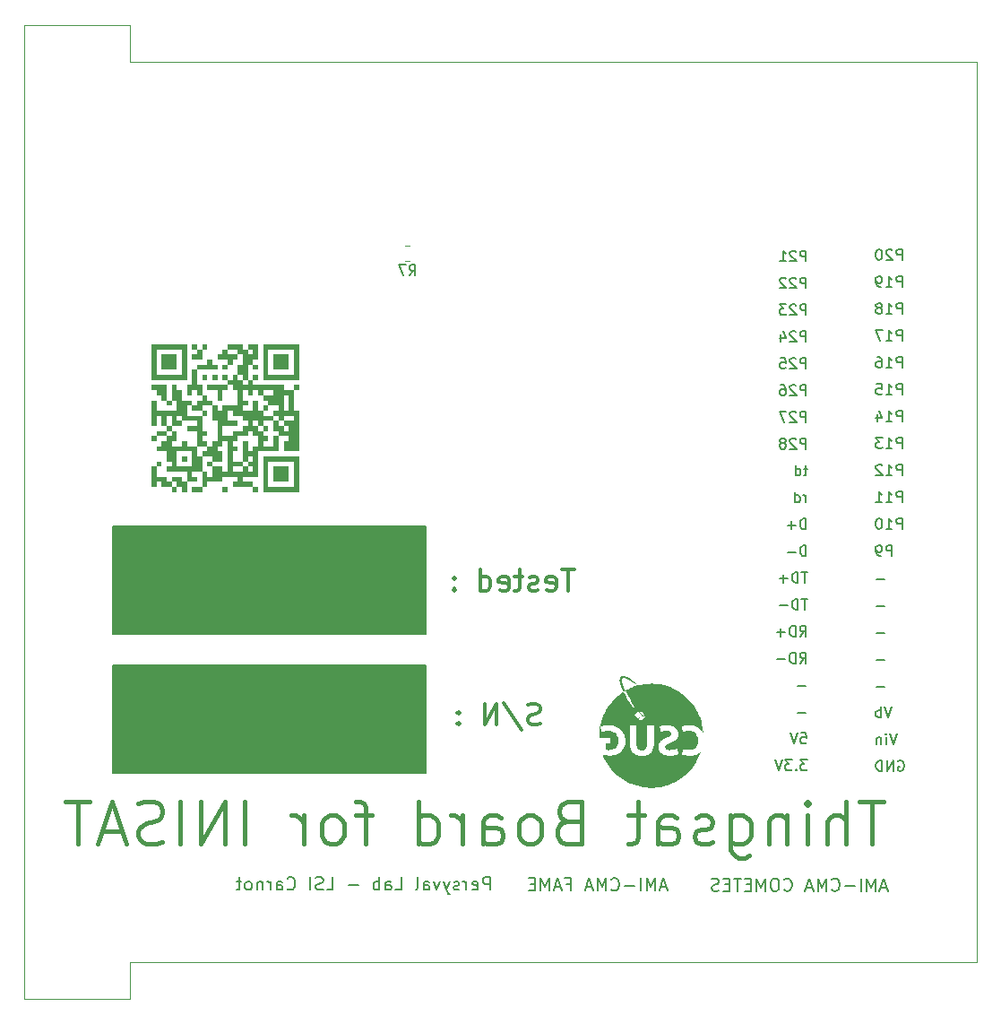
<source format=gbr>
%TF.GenerationSoftware,KiCad,Pcbnew,8.0.2-1*%
%TF.CreationDate,2024-08-02T11:08:52+02:00*%
%TF.ProjectId,Com_Nucleo-L432kc,436f6d5f-4e75-4636-9c65-6f2d4c343332,rev?*%
%TF.SameCoordinates,Original*%
%TF.FileFunction,Legend,Bot*%
%TF.FilePolarity,Positive*%
%FSLAX46Y46*%
G04 Gerber Fmt 4.6, Leading zero omitted, Abs format (unit mm)*
G04 Created by KiCad (PCBNEW 8.0.2-1) date 2024-08-02 11:08:52*
%MOMM*%
%LPD*%
G01*
G04 APERTURE LIST*
%ADD10C,0.400000*%
%ADD11C,0.200000*%
%ADD12C,0.300000*%
%ADD13C,0.150000*%
%ADD14C,0.000000*%
%ADD15C,0.120000*%
%TA.AperFunction,Profile*%
%ADD16C,0.100000*%
%TD*%
G04 APERTURE END LIST*
D10*
X144965890Y-116369676D02*
X142680176Y-116369676D01*
X143823033Y-120369676D02*
X143823033Y-116369676D01*
X141346843Y-120369676D02*
X141346843Y-116369676D01*
X139632557Y-120369676D02*
X139632557Y-118274438D01*
X139632557Y-118274438D02*
X139823033Y-117893485D01*
X139823033Y-117893485D02*
X140203985Y-117703009D01*
X140203985Y-117703009D02*
X140775414Y-117703009D01*
X140775414Y-117703009D02*
X141156366Y-117893485D01*
X141156366Y-117893485D02*
X141346843Y-118083961D01*
X137727795Y-120369676D02*
X137727795Y-117703009D01*
X137727795Y-116369676D02*
X137918271Y-116560152D01*
X137918271Y-116560152D02*
X137727795Y-116750628D01*
X137727795Y-116750628D02*
X137537318Y-116560152D01*
X137537318Y-116560152D02*
X137727795Y-116369676D01*
X137727795Y-116369676D02*
X137727795Y-116750628D01*
X135823033Y-117703009D02*
X135823033Y-120369676D01*
X135823033Y-118083961D02*
X135632556Y-117893485D01*
X135632556Y-117893485D02*
X135251604Y-117703009D01*
X135251604Y-117703009D02*
X134680175Y-117703009D01*
X134680175Y-117703009D02*
X134299223Y-117893485D01*
X134299223Y-117893485D02*
X134108747Y-118274438D01*
X134108747Y-118274438D02*
X134108747Y-120369676D01*
X130489699Y-117703009D02*
X130489699Y-120941104D01*
X130489699Y-120941104D02*
X130680175Y-121322057D01*
X130680175Y-121322057D02*
X130870651Y-121512533D01*
X130870651Y-121512533D02*
X131251604Y-121703009D01*
X131251604Y-121703009D02*
X131823032Y-121703009D01*
X131823032Y-121703009D02*
X132203985Y-121512533D01*
X130489699Y-120179200D02*
X130870651Y-120369676D01*
X130870651Y-120369676D02*
X131632556Y-120369676D01*
X131632556Y-120369676D02*
X132013508Y-120179200D01*
X132013508Y-120179200D02*
X132203985Y-119988723D01*
X132203985Y-119988723D02*
X132394461Y-119607771D01*
X132394461Y-119607771D02*
X132394461Y-118464914D01*
X132394461Y-118464914D02*
X132203985Y-118083961D01*
X132203985Y-118083961D02*
X132013508Y-117893485D01*
X132013508Y-117893485D02*
X131632556Y-117703009D01*
X131632556Y-117703009D02*
X130870651Y-117703009D01*
X130870651Y-117703009D02*
X130489699Y-117893485D01*
X128775413Y-120179200D02*
X128394460Y-120369676D01*
X128394460Y-120369676D02*
X127632556Y-120369676D01*
X127632556Y-120369676D02*
X127251603Y-120179200D01*
X127251603Y-120179200D02*
X127061127Y-119798247D01*
X127061127Y-119798247D02*
X127061127Y-119607771D01*
X127061127Y-119607771D02*
X127251603Y-119226819D01*
X127251603Y-119226819D02*
X127632556Y-119036342D01*
X127632556Y-119036342D02*
X128203984Y-119036342D01*
X128203984Y-119036342D02*
X128584937Y-118845866D01*
X128584937Y-118845866D02*
X128775413Y-118464914D01*
X128775413Y-118464914D02*
X128775413Y-118274438D01*
X128775413Y-118274438D02*
X128584937Y-117893485D01*
X128584937Y-117893485D02*
X128203984Y-117703009D01*
X128203984Y-117703009D02*
X127632556Y-117703009D01*
X127632556Y-117703009D02*
X127251603Y-117893485D01*
X123632556Y-120369676D02*
X123632556Y-118274438D01*
X123632556Y-118274438D02*
X123823032Y-117893485D01*
X123823032Y-117893485D02*
X124203984Y-117703009D01*
X124203984Y-117703009D02*
X124965889Y-117703009D01*
X124965889Y-117703009D02*
X125346842Y-117893485D01*
X123632556Y-120179200D02*
X124013508Y-120369676D01*
X124013508Y-120369676D02*
X124965889Y-120369676D01*
X124965889Y-120369676D02*
X125346842Y-120179200D01*
X125346842Y-120179200D02*
X125537318Y-119798247D01*
X125537318Y-119798247D02*
X125537318Y-119417295D01*
X125537318Y-119417295D02*
X125346842Y-119036342D01*
X125346842Y-119036342D02*
X124965889Y-118845866D01*
X124965889Y-118845866D02*
X124013508Y-118845866D01*
X124013508Y-118845866D02*
X123632556Y-118655390D01*
X122299222Y-117703009D02*
X120775413Y-117703009D01*
X121727794Y-116369676D02*
X121727794Y-119798247D01*
X121727794Y-119798247D02*
X121537317Y-120179200D01*
X121537317Y-120179200D02*
X121156365Y-120369676D01*
X121156365Y-120369676D02*
X120775413Y-120369676D01*
X115061127Y-118274438D02*
X114489699Y-118464914D01*
X114489699Y-118464914D02*
X114299222Y-118655390D01*
X114299222Y-118655390D02*
X114108746Y-119036342D01*
X114108746Y-119036342D02*
X114108746Y-119607771D01*
X114108746Y-119607771D02*
X114299222Y-119988723D01*
X114299222Y-119988723D02*
X114489699Y-120179200D01*
X114489699Y-120179200D02*
X114870651Y-120369676D01*
X114870651Y-120369676D02*
X116394461Y-120369676D01*
X116394461Y-120369676D02*
X116394461Y-116369676D01*
X116394461Y-116369676D02*
X115061127Y-116369676D01*
X115061127Y-116369676D02*
X114680175Y-116560152D01*
X114680175Y-116560152D02*
X114489699Y-116750628D01*
X114489699Y-116750628D02*
X114299222Y-117131580D01*
X114299222Y-117131580D02*
X114299222Y-117512533D01*
X114299222Y-117512533D02*
X114489699Y-117893485D01*
X114489699Y-117893485D02*
X114680175Y-118083961D01*
X114680175Y-118083961D02*
X115061127Y-118274438D01*
X115061127Y-118274438D02*
X116394461Y-118274438D01*
X111823032Y-120369676D02*
X112203984Y-120179200D01*
X112203984Y-120179200D02*
X112394461Y-119988723D01*
X112394461Y-119988723D02*
X112584937Y-119607771D01*
X112584937Y-119607771D02*
X112584937Y-118464914D01*
X112584937Y-118464914D02*
X112394461Y-118083961D01*
X112394461Y-118083961D02*
X112203984Y-117893485D01*
X112203984Y-117893485D02*
X111823032Y-117703009D01*
X111823032Y-117703009D02*
X111251603Y-117703009D01*
X111251603Y-117703009D02*
X110870651Y-117893485D01*
X110870651Y-117893485D02*
X110680175Y-118083961D01*
X110680175Y-118083961D02*
X110489699Y-118464914D01*
X110489699Y-118464914D02*
X110489699Y-119607771D01*
X110489699Y-119607771D02*
X110680175Y-119988723D01*
X110680175Y-119988723D02*
X110870651Y-120179200D01*
X110870651Y-120179200D02*
X111251603Y-120369676D01*
X111251603Y-120369676D02*
X111823032Y-120369676D01*
X107061127Y-120369676D02*
X107061127Y-118274438D01*
X107061127Y-118274438D02*
X107251603Y-117893485D01*
X107251603Y-117893485D02*
X107632555Y-117703009D01*
X107632555Y-117703009D02*
X108394460Y-117703009D01*
X108394460Y-117703009D02*
X108775413Y-117893485D01*
X107061127Y-120179200D02*
X107442079Y-120369676D01*
X107442079Y-120369676D02*
X108394460Y-120369676D01*
X108394460Y-120369676D02*
X108775413Y-120179200D01*
X108775413Y-120179200D02*
X108965889Y-119798247D01*
X108965889Y-119798247D02*
X108965889Y-119417295D01*
X108965889Y-119417295D02*
X108775413Y-119036342D01*
X108775413Y-119036342D02*
X108394460Y-118845866D01*
X108394460Y-118845866D02*
X107442079Y-118845866D01*
X107442079Y-118845866D02*
X107061127Y-118655390D01*
X105156365Y-120369676D02*
X105156365Y-117703009D01*
X105156365Y-118464914D02*
X104965888Y-118083961D01*
X104965888Y-118083961D02*
X104775412Y-117893485D01*
X104775412Y-117893485D02*
X104394460Y-117703009D01*
X104394460Y-117703009D02*
X104013507Y-117703009D01*
X100965889Y-120369676D02*
X100965889Y-116369676D01*
X100965889Y-120179200D02*
X101346841Y-120369676D01*
X101346841Y-120369676D02*
X102108746Y-120369676D01*
X102108746Y-120369676D02*
X102489698Y-120179200D01*
X102489698Y-120179200D02*
X102680175Y-119988723D01*
X102680175Y-119988723D02*
X102870651Y-119607771D01*
X102870651Y-119607771D02*
X102870651Y-118464914D01*
X102870651Y-118464914D02*
X102680175Y-118083961D01*
X102680175Y-118083961D02*
X102489698Y-117893485D01*
X102489698Y-117893485D02*
X102108746Y-117703009D01*
X102108746Y-117703009D02*
X101346841Y-117703009D01*
X101346841Y-117703009D02*
X100965889Y-117893485D01*
X96584936Y-117703009D02*
X95061127Y-117703009D01*
X96013508Y-120369676D02*
X96013508Y-116941104D01*
X96013508Y-116941104D02*
X95823031Y-116560152D01*
X95823031Y-116560152D02*
X95442079Y-116369676D01*
X95442079Y-116369676D02*
X95061127Y-116369676D01*
X93156365Y-120369676D02*
X93537317Y-120179200D01*
X93537317Y-120179200D02*
X93727794Y-119988723D01*
X93727794Y-119988723D02*
X93918270Y-119607771D01*
X93918270Y-119607771D02*
X93918270Y-118464914D01*
X93918270Y-118464914D02*
X93727794Y-118083961D01*
X93727794Y-118083961D02*
X93537317Y-117893485D01*
X93537317Y-117893485D02*
X93156365Y-117703009D01*
X93156365Y-117703009D02*
X92584936Y-117703009D01*
X92584936Y-117703009D02*
X92203984Y-117893485D01*
X92203984Y-117893485D02*
X92013508Y-118083961D01*
X92013508Y-118083961D02*
X91823032Y-118464914D01*
X91823032Y-118464914D02*
X91823032Y-119607771D01*
X91823032Y-119607771D02*
X92013508Y-119988723D01*
X92013508Y-119988723D02*
X92203984Y-120179200D01*
X92203984Y-120179200D02*
X92584936Y-120369676D01*
X92584936Y-120369676D02*
X93156365Y-120369676D01*
X90108746Y-120369676D02*
X90108746Y-117703009D01*
X90108746Y-118464914D02*
X89918269Y-118083961D01*
X89918269Y-118083961D02*
X89727793Y-117893485D01*
X89727793Y-117893485D02*
X89346841Y-117703009D01*
X89346841Y-117703009D02*
X88965888Y-117703009D01*
X84584937Y-120369676D02*
X84584937Y-116369676D01*
X82680175Y-120369676D02*
X82680175Y-116369676D01*
X82680175Y-116369676D02*
X80394460Y-120369676D01*
X80394460Y-120369676D02*
X80394460Y-116369676D01*
X78489699Y-120369676D02*
X78489699Y-116369676D01*
X76775413Y-120179200D02*
X76203984Y-120369676D01*
X76203984Y-120369676D02*
X75251603Y-120369676D01*
X75251603Y-120369676D02*
X74870651Y-120179200D01*
X74870651Y-120179200D02*
X74680175Y-119988723D01*
X74680175Y-119988723D02*
X74489698Y-119607771D01*
X74489698Y-119607771D02*
X74489698Y-119226819D01*
X74489698Y-119226819D02*
X74680175Y-118845866D01*
X74680175Y-118845866D02*
X74870651Y-118655390D01*
X74870651Y-118655390D02*
X75251603Y-118464914D01*
X75251603Y-118464914D02*
X76013508Y-118274438D01*
X76013508Y-118274438D02*
X76394460Y-118083961D01*
X76394460Y-118083961D02*
X76584937Y-117893485D01*
X76584937Y-117893485D02*
X76775413Y-117512533D01*
X76775413Y-117512533D02*
X76775413Y-117131580D01*
X76775413Y-117131580D02*
X76584937Y-116750628D01*
X76584937Y-116750628D02*
X76394460Y-116560152D01*
X76394460Y-116560152D02*
X76013508Y-116369676D01*
X76013508Y-116369676D02*
X75061127Y-116369676D01*
X75061127Y-116369676D02*
X74489698Y-116560152D01*
X72965889Y-119226819D02*
X71061127Y-119226819D01*
X73346841Y-120369676D02*
X72013508Y-116369676D01*
X72013508Y-116369676D02*
X70680174Y-120369676D01*
X69918270Y-116369676D02*
X67632556Y-116369676D01*
X68775413Y-120369676D02*
X68775413Y-116369676D01*
D11*
X107742707Y-124742742D02*
X107742707Y-123542742D01*
X107742707Y-123542742D02*
X107285564Y-123542742D01*
X107285564Y-123542742D02*
X107171279Y-123599885D01*
X107171279Y-123599885D02*
X107114136Y-123657028D01*
X107114136Y-123657028D02*
X107056993Y-123771314D01*
X107056993Y-123771314D02*
X107056993Y-123942742D01*
X107056993Y-123942742D02*
X107114136Y-124057028D01*
X107114136Y-124057028D02*
X107171279Y-124114171D01*
X107171279Y-124114171D02*
X107285564Y-124171314D01*
X107285564Y-124171314D02*
X107742707Y-124171314D01*
X106085564Y-124685600D02*
X106199850Y-124742742D01*
X106199850Y-124742742D02*
X106428422Y-124742742D01*
X106428422Y-124742742D02*
X106542707Y-124685600D01*
X106542707Y-124685600D02*
X106599850Y-124571314D01*
X106599850Y-124571314D02*
X106599850Y-124114171D01*
X106599850Y-124114171D02*
X106542707Y-123999885D01*
X106542707Y-123999885D02*
X106428422Y-123942742D01*
X106428422Y-123942742D02*
X106199850Y-123942742D01*
X106199850Y-123942742D02*
X106085564Y-123999885D01*
X106085564Y-123999885D02*
X106028422Y-124114171D01*
X106028422Y-124114171D02*
X106028422Y-124228457D01*
X106028422Y-124228457D02*
X106599850Y-124342742D01*
X105514136Y-124742742D02*
X105514136Y-123942742D01*
X105514136Y-124171314D02*
X105456993Y-124057028D01*
X105456993Y-124057028D02*
X105399851Y-123999885D01*
X105399851Y-123999885D02*
X105285565Y-123942742D01*
X105285565Y-123942742D02*
X105171279Y-123942742D01*
X104828422Y-124685600D02*
X104714136Y-124742742D01*
X104714136Y-124742742D02*
X104485565Y-124742742D01*
X104485565Y-124742742D02*
X104371279Y-124685600D01*
X104371279Y-124685600D02*
X104314136Y-124571314D01*
X104314136Y-124571314D02*
X104314136Y-124514171D01*
X104314136Y-124514171D02*
X104371279Y-124399885D01*
X104371279Y-124399885D02*
X104485565Y-124342742D01*
X104485565Y-124342742D02*
X104656994Y-124342742D01*
X104656994Y-124342742D02*
X104771279Y-124285600D01*
X104771279Y-124285600D02*
X104828422Y-124171314D01*
X104828422Y-124171314D02*
X104828422Y-124114171D01*
X104828422Y-124114171D02*
X104771279Y-123999885D01*
X104771279Y-123999885D02*
X104656994Y-123942742D01*
X104656994Y-123942742D02*
X104485565Y-123942742D01*
X104485565Y-123942742D02*
X104371279Y-123999885D01*
X103914136Y-123942742D02*
X103628422Y-124742742D01*
X103342707Y-123942742D02*
X103628422Y-124742742D01*
X103628422Y-124742742D02*
X103742707Y-125028457D01*
X103742707Y-125028457D02*
X103799850Y-125085600D01*
X103799850Y-125085600D02*
X103914136Y-125142742D01*
X102999850Y-123942742D02*
X102714136Y-124742742D01*
X102714136Y-124742742D02*
X102428421Y-123942742D01*
X101456993Y-124742742D02*
X101456993Y-124114171D01*
X101456993Y-124114171D02*
X101514135Y-123999885D01*
X101514135Y-123999885D02*
X101628421Y-123942742D01*
X101628421Y-123942742D02*
X101856993Y-123942742D01*
X101856993Y-123942742D02*
X101971278Y-123999885D01*
X101456993Y-124685600D02*
X101571278Y-124742742D01*
X101571278Y-124742742D02*
X101856993Y-124742742D01*
X101856993Y-124742742D02*
X101971278Y-124685600D01*
X101971278Y-124685600D02*
X102028421Y-124571314D01*
X102028421Y-124571314D02*
X102028421Y-124457028D01*
X102028421Y-124457028D02*
X101971278Y-124342742D01*
X101971278Y-124342742D02*
X101856993Y-124285600D01*
X101856993Y-124285600D02*
X101571278Y-124285600D01*
X101571278Y-124285600D02*
X101456993Y-124228457D01*
X100714136Y-124742742D02*
X100828421Y-124685600D01*
X100828421Y-124685600D02*
X100885564Y-124571314D01*
X100885564Y-124571314D02*
X100885564Y-123542742D01*
X98771279Y-124742742D02*
X99342707Y-124742742D01*
X99342707Y-124742742D02*
X99342707Y-123542742D01*
X97856993Y-124742742D02*
X97856993Y-124114171D01*
X97856993Y-124114171D02*
X97914135Y-123999885D01*
X97914135Y-123999885D02*
X98028421Y-123942742D01*
X98028421Y-123942742D02*
X98256993Y-123942742D01*
X98256993Y-123942742D02*
X98371278Y-123999885D01*
X97856993Y-124685600D02*
X97971278Y-124742742D01*
X97971278Y-124742742D02*
X98256993Y-124742742D01*
X98256993Y-124742742D02*
X98371278Y-124685600D01*
X98371278Y-124685600D02*
X98428421Y-124571314D01*
X98428421Y-124571314D02*
X98428421Y-124457028D01*
X98428421Y-124457028D02*
X98371278Y-124342742D01*
X98371278Y-124342742D02*
X98256993Y-124285600D01*
X98256993Y-124285600D02*
X97971278Y-124285600D01*
X97971278Y-124285600D02*
X97856993Y-124228457D01*
X97285564Y-124742742D02*
X97285564Y-123542742D01*
X97285564Y-123999885D02*
X97171279Y-123942742D01*
X97171279Y-123942742D02*
X96942707Y-123942742D01*
X96942707Y-123942742D02*
X96828421Y-123999885D01*
X96828421Y-123999885D02*
X96771279Y-124057028D01*
X96771279Y-124057028D02*
X96714136Y-124171314D01*
X96714136Y-124171314D02*
X96714136Y-124514171D01*
X96714136Y-124514171D02*
X96771279Y-124628457D01*
X96771279Y-124628457D02*
X96828421Y-124685600D01*
X96828421Y-124685600D02*
X96942707Y-124742742D01*
X96942707Y-124742742D02*
X97171279Y-124742742D01*
X97171279Y-124742742D02*
X97285564Y-124685600D01*
X95285564Y-124285600D02*
X94371279Y-124285600D01*
X92314136Y-124742742D02*
X92885564Y-124742742D01*
X92885564Y-124742742D02*
X92885564Y-123542742D01*
X91971278Y-124685600D02*
X91799850Y-124742742D01*
X91799850Y-124742742D02*
X91514135Y-124742742D01*
X91514135Y-124742742D02*
X91399850Y-124685600D01*
X91399850Y-124685600D02*
X91342707Y-124628457D01*
X91342707Y-124628457D02*
X91285564Y-124514171D01*
X91285564Y-124514171D02*
X91285564Y-124399885D01*
X91285564Y-124399885D02*
X91342707Y-124285600D01*
X91342707Y-124285600D02*
X91399850Y-124228457D01*
X91399850Y-124228457D02*
X91514135Y-124171314D01*
X91514135Y-124171314D02*
X91742707Y-124114171D01*
X91742707Y-124114171D02*
X91856992Y-124057028D01*
X91856992Y-124057028D02*
X91914135Y-123999885D01*
X91914135Y-123999885D02*
X91971278Y-123885600D01*
X91971278Y-123885600D02*
X91971278Y-123771314D01*
X91971278Y-123771314D02*
X91914135Y-123657028D01*
X91914135Y-123657028D02*
X91856992Y-123599885D01*
X91856992Y-123599885D02*
X91742707Y-123542742D01*
X91742707Y-123542742D02*
X91456992Y-123542742D01*
X91456992Y-123542742D02*
X91285564Y-123599885D01*
X90771278Y-124742742D02*
X90771278Y-123542742D01*
X88599849Y-124628457D02*
X88656992Y-124685600D01*
X88656992Y-124685600D02*
X88828420Y-124742742D01*
X88828420Y-124742742D02*
X88942706Y-124742742D01*
X88942706Y-124742742D02*
X89114135Y-124685600D01*
X89114135Y-124685600D02*
X89228420Y-124571314D01*
X89228420Y-124571314D02*
X89285563Y-124457028D01*
X89285563Y-124457028D02*
X89342706Y-124228457D01*
X89342706Y-124228457D02*
X89342706Y-124057028D01*
X89342706Y-124057028D02*
X89285563Y-123828457D01*
X89285563Y-123828457D02*
X89228420Y-123714171D01*
X89228420Y-123714171D02*
X89114135Y-123599885D01*
X89114135Y-123599885D02*
X88942706Y-123542742D01*
X88942706Y-123542742D02*
X88828420Y-123542742D01*
X88828420Y-123542742D02*
X88656992Y-123599885D01*
X88656992Y-123599885D02*
X88599849Y-123657028D01*
X87571278Y-124742742D02*
X87571278Y-124114171D01*
X87571278Y-124114171D02*
X87628420Y-123999885D01*
X87628420Y-123999885D02*
X87742706Y-123942742D01*
X87742706Y-123942742D02*
X87971278Y-123942742D01*
X87971278Y-123942742D02*
X88085563Y-123999885D01*
X87571278Y-124685600D02*
X87685563Y-124742742D01*
X87685563Y-124742742D02*
X87971278Y-124742742D01*
X87971278Y-124742742D02*
X88085563Y-124685600D01*
X88085563Y-124685600D02*
X88142706Y-124571314D01*
X88142706Y-124571314D02*
X88142706Y-124457028D01*
X88142706Y-124457028D02*
X88085563Y-124342742D01*
X88085563Y-124342742D02*
X87971278Y-124285600D01*
X87971278Y-124285600D02*
X87685563Y-124285600D01*
X87685563Y-124285600D02*
X87571278Y-124228457D01*
X86999849Y-124742742D02*
X86999849Y-123942742D01*
X86999849Y-124171314D02*
X86942706Y-124057028D01*
X86942706Y-124057028D02*
X86885564Y-123999885D01*
X86885564Y-123999885D02*
X86771278Y-123942742D01*
X86771278Y-123942742D02*
X86656992Y-123942742D01*
X86256992Y-123942742D02*
X86256992Y-124742742D01*
X86256992Y-124057028D02*
X86199849Y-123999885D01*
X86199849Y-123999885D02*
X86085564Y-123942742D01*
X86085564Y-123942742D02*
X85914135Y-123942742D01*
X85914135Y-123942742D02*
X85799849Y-123999885D01*
X85799849Y-123999885D02*
X85742707Y-124114171D01*
X85742707Y-124114171D02*
X85742707Y-124742742D01*
X84999850Y-124742742D02*
X85114135Y-124685600D01*
X85114135Y-124685600D02*
X85171278Y-124628457D01*
X85171278Y-124628457D02*
X85228421Y-124514171D01*
X85228421Y-124514171D02*
X85228421Y-124171314D01*
X85228421Y-124171314D02*
X85171278Y-124057028D01*
X85171278Y-124057028D02*
X85114135Y-123999885D01*
X85114135Y-123999885D02*
X84999850Y-123942742D01*
X84999850Y-123942742D02*
X84828421Y-123942742D01*
X84828421Y-123942742D02*
X84714135Y-123999885D01*
X84714135Y-123999885D02*
X84656993Y-124057028D01*
X84656993Y-124057028D02*
X84599850Y-124171314D01*
X84599850Y-124171314D02*
X84599850Y-124514171D01*
X84599850Y-124514171D02*
X84656993Y-124628457D01*
X84656993Y-124628457D02*
X84714135Y-124685600D01*
X84714135Y-124685600D02*
X84828421Y-124742742D01*
X84828421Y-124742742D02*
X84999850Y-124742742D01*
X84256993Y-123942742D02*
X83799850Y-123942742D01*
X84085564Y-123542742D02*
X84085564Y-124571314D01*
X84085564Y-124571314D02*
X84028421Y-124685600D01*
X84028421Y-124685600D02*
X83914136Y-124742742D01*
X83914136Y-124742742D02*
X83799850Y-124742742D01*
X124419850Y-124479885D02*
X123848422Y-124479885D01*
X124534136Y-124822742D02*
X124134136Y-123622742D01*
X124134136Y-123622742D02*
X123734136Y-124822742D01*
X123334136Y-124822742D02*
X123334136Y-123622742D01*
X123334136Y-123622742D02*
X122934136Y-124479885D01*
X122934136Y-124479885D02*
X122534136Y-123622742D01*
X122534136Y-123622742D02*
X122534136Y-124822742D01*
X121962707Y-124822742D02*
X121962707Y-123622742D01*
X121391278Y-124365600D02*
X120476993Y-124365600D01*
X119219850Y-124708457D02*
X119276993Y-124765600D01*
X119276993Y-124765600D02*
X119448421Y-124822742D01*
X119448421Y-124822742D02*
X119562707Y-124822742D01*
X119562707Y-124822742D02*
X119734136Y-124765600D01*
X119734136Y-124765600D02*
X119848421Y-124651314D01*
X119848421Y-124651314D02*
X119905564Y-124537028D01*
X119905564Y-124537028D02*
X119962707Y-124308457D01*
X119962707Y-124308457D02*
X119962707Y-124137028D01*
X119962707Y-124137028D02*
X119905564Y-123908457D01*
X119905564Y-123908457D02*
X119848421Y-123794171D01*
X119848421Y-123794171D02*
X119734136Y-123679885D01*
X119734136Y-123679885D02*
X119562707Y-123622742D01*
X119562707Y-123622742D02*
X119448421Y-123622742D01*
X119448421Y-123622742D02*
X119276993Y-123679885D01*
X119276993Y-123679885D02*
X119219850Y-123737028D01*
X118705564Y-124822742D02*
X118705564Y-123622742D01*
X118705564Y-123622742D02*
X118305564Y-124479885D01*
X118305564Y-124479885D02*
X117905564Y-123622742D01*
X117905564Y-123622742D02*
X117905564Y-124822742D01*
X117391278Y-124479885D02*
X116819850Y-124479885D01*
X117505564Y-124822742D02*
X117105564Y-123622742D01*
X117105564Y-123622742D02*
X116705564Y-124822742D01*
X114991278Y-124194171D02*
X115391278Y-124194171D01*
X115391278Y-124822742D02*
X115391278Y-123622742D01*
X115391278Y-123622742D02*
X114819850Y-123622742D01*
X114419850Y-124479885D02*
X113848422Y-124479885D01*
X114534136Y-124822742D02*
X114134136Y-123622742D01*
X114134136Y-123622742D02*
X113734136Y-124822742D01*
X113334136Y-124822742D02*
X113334136Y-123622742D01*
X113334136Y-123622742D02*
X112934136Y-124479885D01*
X112934136Y-124479885D02*
X112534136Y-123622742D01*
X112534136Y-123622742D02*
X112534136Y-124822742D01*
X111962707Y-124194171D02*
X111562707Y-124194171D01*
X111391279Y-124822742D02*
X111962707Y-124822742D01*
X111962707Y-124822742D02*
X111962707Y-123622742D01*
X111962707Y-123622742D02*
X111391279Y-123622742D01*
X145229850Y-124509885D02*
X144658422Y-124509885D01*
X145344136Y-124852742D02*
X144944136Y-123652742D01*
X144944136Y-123652742D02*
X144544136Y-124852742D01*
X144144136Y-124852742D02*
X144144136Y-123652742D01*
X144144136Y-123652742D02*
X143744136Y-124509885D01*
X143744136Y-124509885D02*
X143344136Y-123652742D01*
X143344136Y-123652742D02*
X143344136Y-124852742D01*
X142772707Y-124852742D02*
X142772707Y-123652742D01*
X142201278Y-124395600D02*
X141286993Y-124395600D01*
X140029850Y-124738457D02*
X140086993Y-124795600D01*
X140086993Y-124795600D02*
X140258421Y-124852742D01*
X140258421Y-124852742D02*
X140372707Y-124852742D01*
X140372707Y-124852742D02*
X140544136Y-124795600D01*
X140544136Y-124795600D02*
X140658421Y-124681314D01*
X140658421Y-124681314D02*
X140715564Y-124567028D01*
X140715564Y-124567028D02*
X140772707Y-124338457D01*
X140772707Y-124338457D02*
X140772707Y-124167028D01*
X140772707Y-124167028D02*
X140715564Y-123938457D01*
X140715564Y-123938457D02*
X140658421Y-123824171D01*
X140658421Y-123824171D02*
X140544136Y-123709885D01*
X140544136Y-123709885D02*
X140372707Y-123652742D01*
X140372707Y-123652742D02*
X140258421Y-123652742D01*
X140258421Y-123652742D02*
X140086993Y-123709885D01*
X140086993Y-123709885D02*
X140029850Y-123767028D01*
X139515564Y-124852742D02*
X139515564Y-123652742D01*
X139515564Y-123652742D02*
X139115564Y-124509885D01*
X139115564Y-124509885D02*
X138715564Y-123652742D01*
X138715564Y-123652742D02*
X138715564Y-124852742D01*
X138201278Y-124509885D02*
X137629850Y-124509885D01*
X138315564Y-124852742D02*
X137915564Y-123652742D01*
X137915564Y-123652742D02*
X137515564Y-124852742D01*
X135515564Y-124738457D02*
X135572707Y-124795600D01*
X135572707Y-124795600D02*
X135744135Y-124852742D01*
X135744135Y-124852742D02*
X135858421Y-124852742D01*
X135858421Y-124852742D02*
X136029850Y-124795600D01*
X136029850Y-124795600D02*
X136144135Y-124681314D01*
X136144135Y-124681314D02*
X136201278Y-124567028D01*
X136201278Y-124567028D02*
X136258421Y-124338457D01*
X136258421Y-124338457D02*
X136258421Y-124167028D01*
X136258421Y-124167028D02*
X136201278Y-123938457D01*
X136201278Y-123938457D02*
X136144135Y-123824171D01*
X136144135Y-123824171D02*
X136029850Y-123709885D01*
X136029850Y-123709885D02*
X135858421Y-123652742D01*
X135858421Y-123652742D02*
X135744135Y-123652742D01*
X135744135Y-123652742D02*
X135572707Y-123709885D01*
X135572707Y-123709885D02*
X135515564Y-123767028D01*
X134772707Y-123652742D02*
X134544135Y-123652742D01*
X134544135Y-123652742D02*
X134429850Y-123709885D01*
X134429850Y-123709885D02*
X134315564Y-123824171D01*
X134315564Y-123824171D02*
X134258421Y-124052742D01*
X134258421Y-124052742D02*
X134258421Y-124452742D01*
X134258421Y-124452742D02*
X134315564Y-124681314D01*
X134315564Y-124681314D02*
X134429850Y-124795600D01*
X134429850Y-124795600D02*
X134544135Y-124852742D01*
X134544135Y-124852742D02*
X134772707Y-124852742D01*
X134772707Y-124852742D02*
X134886993Y-124795600D01*
X134886993Y-124795600D02*
X135001278Y-124681314D01*
X135001278Y-124681314D02*
X135058421Y-124452742D01*
X135058421Y-124452742D02*
X135058421Y-124052742D01*
X135058421Y-124052742D02*
X135001278Y-123824171D01*
X135001278Y-123824171D02*
X134886993Y-123709885D01*
X134886993Y-123709885D02*
X134772707Y-123652742D01*
X133744135Y-124852742D02*
X133744135Y-123652742D01*
X133744135Y-123652742D02*
X133344135Y-124509885D01*
X133344135Y-124509885D02*
X132944135Y-123652742D01*
X132944135Y-123652742D02*
X132944135Y-124852742D01*
X132372706Y-124224171D02*
X131972706Y-124224171D01*
X131801278Y-124852742D02*
X132372706Y-124852742D01*
X132372706Y-124852742D02*
X132372706Y-123652742D01*
X132372706Y-123652742D02*
X131801278Y-123652742D01*
X131458421Y-123652742D02*
X130772707Y-123652742D01*
X131115564Y-124852742D02*
X131115564Y-123652742D01*
X130372706Y-124224171D02*
X129972706Y-124224171D01*
X129801278Y-124852742D02*
X130372706Y-124852742D01*
X130372706Y-124852742D02*
X130372706Y-123652742D01*
X130372706Y-123652742D02*
X129801278Y-123652742D01*
X129344135Y-124795600D02*
X129172707Y-124852742D01*
X129172707Y-124852742D02*
X128886992Y-124852742D01*
X128886992Y-124852742D02*
X128772707Y-124795600D01*
X128772707Y-124795600D02*
X128715564Y-124738457D01*
X128715564Y-124738457D02*
X128658421Y-124624171D01*
X128658421Y-124624171D02*
X128658421Y-124509885D01*
X128658421Y-124509885D02*
X128715564Y-124395600D01*
X128715564Y-124395600D02*
X128772707Y-124338457D01*
X128772707Y-124338457D02*
X128886992Y-124281314D01*
X128886992Y-124281314D02*
X129115564Y-124224171D01*
X129115564Y-124224171D02*
X129229849Y-124167028D01*
X129229849Y-124167028D02*
X129286992Y-124109885D01*
X129286992Y-124109885D02*
X129344135Y-123995600D01*
X129344135Y-123995600D02*
X129344135Y-123881314D01*
X129344135Y-123881314D02*
X129286992Y-123767028D01*
X129286992Y-123767028D02*
X129229849Y-123709885D01*
X129229849Y-123709885D02*
X129115564Y-123652742D01*
X129115564Y-123652742D02*
X128829849Y-123652742D01*
X128829849Y-123652742D02*
X128658421Y-123709885D01*
D12*
X112471679Y-109054400D02*
X112185965Y-109149638D01*
X112185965Y-109149638D02*
X111709774Y-109149638D01*
X111709774Y-109149638D02*
X111519298Y-109054400D01*
X111519298Y-109054400D02*
X111424060Y-108959161D01*
X111424060Y-108959161D02*
X111328822Y-108768685D01*
X111328822Y-108768685D02*
X111328822Y-108578209D01*
X111328822Y-108578209D02*
X111424060Y-108387733D01*
X111424060Y-108387733D02*
X111519298Y-108292495D01*
X111519298Y-108292495D02*
X111709774Y-108197257D01*
X111709774Y-108197257D02*
X112090727Y-108102019D01*
X112090727Y-108102019D02*
X112281203Y-108006780D01*
X112281203Y-108006780D02*
X112376441Y-107911542D01*
X112376441Y-107911542D02*
X112471679Y-107721066D01*
X112471679Y-107721066D02*
X112471679Y-107530590D01*
X112471679Y-107530590D02*
X112376441Y-107340114D01*
X112376441Y-107340114D02*
X112281203Y-107244876D01*
X112281203Y-107244876D02*
X112090727Y-107149638D01*
X112090727Y-107149638D02*
X111614536Y-107149638D01*
X111614536Y-107149638D02*
X111328822Y-107244876D01*
X109043108Y-107054400D02*
X110757393Y-109625828D01*
X108376441Y-109149638D02*
X108376441Y-107149638D01*
X108376441Y-107149638D02*
X107233584Y-109149638D01*
X107233584Y-109149638D02*
X107233584Y-107149638D01*
X104757393Y-108959161D02*
X104662155Y-109054400D01*
X104662155Y-109054400D02*
X104757393Y-109149638D01*
X104757393Y-109149638D02*
X104852631Y-109054400D01*
X104852631Y-109054400D02*
X104757393Y-108959161D01*
X104757393Y-108959161D02*
X104757393Y-109149638D01*
X104757393Y-107911542D02*
X104662155Y-108006780D01*
X104662155Y-108006780D02*
X104757393Y-108102019D01*
X104757393Y-108102019D02*
X104852631Y-108006780D01*
X104852631Y-108006780D02*
X104757393Y-107911542D01*
X104757393Y-107911542D02*
X104757393Y-108102019D01*
X115702155Y-94479638D02*
X114559298Y-94479638D01*
X115130727Y-96479638D02*
X115130727Y-94479638D01*
X113130726Y-96384400D02*
X113321202Y-96479638D01*
X113321202Y-96479638D02*
X113702155Y-96479638D01*
X113702155Y-96479638D02*
X113892631Y-96384400D01*
X113892631Y-96384400D02*
X113987869Y-96193923D01*
X113987869Y-96193923D02*
X113987869Y-95432019D01*
X113987869Y-95432019D02*
X113892631Y-95241542D01*
X113892631Y-95241542D02*
X113702155Y-95146304D01*
X113702155Y-95146304D02*
X113321202Y-95146304D01*
X113321202Y-95146304D02*
X113130726Y-95241542D01*
X113130726Y-95241542D02*
X113035488Y-95432019D01*
X113035488Y-95432019D02*
X113035488Y-95622495D01*
X113035488Y-95622495D02*
X113987869Y-95812971D01*
X112273583Y-96384400D02*
X112083107Y-96479638D01*
X112083107Y-96479638D02*
X111702155Y-96479638D01*
X111702155Y-96479638D02*
X111511678Y-96384400D01*
X111511678Y-96384400D02*
X111416440Y-96193923D01*
X111416440Y-96193923D02*
X111416440Y-96098685D01*
X111416440Y-96098685D02*
X111511678Y-95908209D01*
X111511678Y-95908209D02*
X111702155Y-95812971D01*
X111702155Y-95812971D02*
X111987869Y-95812971D01*
X111987869Y-95812971D02*
X112178345Y-95717733D01*
X112178345Y-95717733D02*
X112273583Y-95527257D01*
X112273583Y-95527257D02*
X112273583Y-95432019D01*
X112273583Y-95432019D02*
X112178345Y-95241542D01*
X112178345Y-95241542D02*
X111987869Y-95146304D01*
X111987869Y-95146304D02*
X111702155Y-95146304D01*
X111702155Y-95146304D02*
X111511678Y-95241542D01*
X110845011Y-95146304D02*
X110083107Y-95146304D01*
X110559297Y-94479638D02*
X110559297Y-96193923D01*
X110559297Y-96193923D02*
X110464059Y-96384400D01*
X110464059Y-96384400D02*
X110273583Y-96479638D01*
X110273583Y-96479638D02*
X110083107Y-96479638D01*
X108654535Y-96384400D02*
X108845011Y-96479638D01*
X108845011Y-96479638D02*
X109225964Y-96479638D01*
X109225964Y-96479638D02*
X109416440Y-96384400D01*
X109416440Y-96384400D02*
X109511678Y-96193923D01*
X109511678Y-96193923D02*
X109511678Y-95432019D01*
X109511678Y-95432019D02*
X109416440Y-95241542D01*
X109416440Y-95241542D02*
X109225964Y-95146304D01*
X109225964Y-95146304D02*
X108845011Y-95146304D01*
X108845011Y-95146304D02*
X108654535Y-95241542D01*
X108654535Y-95241542D02*
X108559297Y-95432019D01*
X108559297Y-95432019D02*
X108559297Y-95622495D01*
X108559297Y-95622495D02*
X109511678Y-95812971D01*
X106845011Y-96479638D02*
X106845011Y-94479638D01*
X106845011Y-96384400D02*
X107035487Y-96479638D01*
X107035487Y-96479638D02*
X107416440Y-96479638D01*
X107416440Y-96479638D02*
X107606916Y-96384400D01*
X107606916Y-96384400D02*
X107702154Y-96289161D01*
X107702154Y-96289161D02*
X107797392Y-96098685D01*
X107797392Y-96098685D02*
X107797392Y-95527257D01*
X107797392Y-95527257D02*
X107702154Y-95336780D01*
X107702154Y-95336780D02*
X107606916Y-95241542D01*
X107606916Y-95241542D02*
X107416440Y-95146304D01*
X107416440Y-95146304D02*
X107035487Y-95146304D01*
X107035487Y-95146304D02*
X106845011Y-95241542D01*
X104368820Y-96289161D02*
X104273582Y-96384400D01*
X104273582Y-96384400D02*
X104368820Y-96479638D01*
X104368820Y-96479638D02*
X104464058Y-96384400D01*
X104464058Y-96384400D02*
X104368820Y-96289161D01*
X104368820Y-96289161D02*
X104368820Y-96479638D01*
X104368820Y-95241542D02*
X104273582Y-95336780D01*
X104273582Y-95336780D02*
X104368820Y-95432019D01*
X104368820Y-95432019D02*
X104464058Y-95336780D01*
X104464058Y-95336780D02*
X104368820Y-95241542D01*
X104368820Y-95241542D02*
X104368820Y-95432019D01*
D13*
X72120000Y-103550000D02*
X101680000Y-103550000D01*
X101680000Y-113710000D01*
X72120000Y-113710000D01*
X72120000Y-103550000D01*
G36*
X72120000Y-103550000D02*
G01*
X101680000Y-103550000D01*
X101680000Y-113710000D01*
X72120000Y-113710000D01*
X72120000Y-103550000D01*
G37*
X72080000Y-90440000D02*
X101640000Y-90440000D01*
X101640000Y-100600000D01*
X72080000Y-100600000D01*
X72080000Y-90440000D01*
G36*
X72080000Y-90440000D02*
G01*
X101640000Y-90440000D01*
X101640000Y-100600000D01*
X72080000Y-100600000D01*
X72080000Y-90440000D01*
G37*
X145729185Y-93209668D02*
X145729185Y-92209668D01*
X145729185Y-92209668D02*
X145348233Y-92209668D01*
X145348233Y-92209668D02*
X145252995Y-92257287D01*
X145252995Y-92257287D02*
X145205376Y-92304906D01*
X145205376Y-92304906D02*
X145157757Y-92400144D01*
X145157757Y-92400144D02*
X145157757Y-92543001D01*
X145157757Y-92543001D02*
X145205376Y-92638239D01*
X145205376Y-92638239D02*
X145252995Y-92685858D01*
X145252995Y-92685858D02*
X145348233Y-92733477D01*
X145348233Y-92733477D02*
X145729185Y-92733477D01*
X144681566Y-93209668D02*
X144491090Y-93209668D01*
X144491090Y-93209668D02*
X144395852Y-93162049D01*
X144395852Y-93162049D02*
X144348233Y-93114429D01*
X144348233Y-93114429D02*
X144252995Y-92971572D01*
X144252995Y-92971572D02*
X144205376Y-92781096D01*
X144205376Y-92781096D02*
X144205376Y-92400144D01*
X144205376Y-92400144D02*
X144252995Y-92304906D01*
X144252995Y-92304906D02*
X144300614Y-92257287D01*
X144300614Y-92257287D02*
X144395852Y-92209668D01*
X144395852Y-92209668D02*
X144586328Y-92209668D01*
X144586328Y-92209668D02*
X144681566Y-92257287D01*
X144681566Y-92257287D02*
X144729185Y-92304906D01*
X144729185Y-92304906D02*
X144776804Y-92400144D01*
X144776804Y-92400144D02*
X144776804Y-92638239D01*
X144776804Y-92638239D02*
X144729185Y-92733477D01*
X144729185Y-92733477D02*
X144681566Y-92781096D01*
X144681566Y-92781096D02*
X144586328Y-92828715D01*
X144586328Y-92828715D02*
X144395852Y-92828715D01*
X144395852Y-92828715D02*
X144300614Y-92781096D01*
X144300614Y-92781096D02*
X144252995Y-92733477D01*
X144252995Y-92733477D02*
X144205376Y-92638239D01*
X137598234Y-88154938D02*
X137598234Y-87488271D01*
X137598234Y-87678747D02*
X137550615Y-87583509D01*
X137550615Y-87583509D02*
X137502996Y-87535890D01*
X137502996Y-87535890D02*
X137407758Y-87488271D01*
X137407758Y-87488271D02*
X137312520Y-87488271D01*
X136550615Y-88154938D02*
X136550615Y-87154938D01*
X136550615Y-88107319D02*
X136645853Y-88154938D01*
X136645853Y-88154938D02*
X136836329Y-88154938D01*
X136836329Y-88154938D02*
X136931567Y-88107319D01*
X136931567Y-88107319D02*
X136979186Y-88059699D01*
X136979186Y-88059699D02*
X137026805Y-87964461D01*
X137026805Y-87964461D02*
X137026805Y-87678747D01*
X137026805Y-87678747D02*
X136979186Y-87583509D01*
X136979186Y-87583509D02*
X136931567Y-87535890D01*
X136931567Y-87535890D02*
X136836329Y-87488271D01*
X136836329Y-87488271D02*
X136645853Y-87488271D01*
X136645853Y-87488271D02*
X136550615Y-87535890D01*
X137741091Y-84958798D02*
X137360139Y-84958798D01*
X137598234Y-84625465D02*
X137598234Y-85482607D01*
X137598234Y-85482607D02*
X137550615Y-85577846D01*
X137550615Y-85577846D02*
X137455377Y-85625465D01*
X137455377Y-85625465D02*
X137360139Y-85625465D01*
X136598234Y-85625465D02*
X136598234Y-84625465D01*
X136598234Y-85577846D02*
X136693472Y-85625465D01*
X136693472Y-85625465D02*
X136883948Y-85625465D01*
X136883948Y-85625465D02*
X136979186Y-85577846D01*
X136979186Y-85577846D02*
X137026805Y-85530226D01*
X137026805Y-85530226D02*
X137074424Y-85434988D01*
X137074424Y-85434988D02*
X137074424Y-85149274D01*
X137074424Y-85149274D02*
X137026805Y-85054036D01*
X137026805Y-85054036D02*
X136979186Y-85006417D01*
X136979186Y-85006417D02*
X136883948Y-84958798D01*
X136883948Y-84958798D02*
X136693472Y-84958798D01*
X136693472Y-84958798D02*
X136598234Y-85006417D01*
X146157756Y-109989668D02*
X145824423Y-110989668D01*
X145824423Y-110989668D02*
X145491090Y-109989668D01*
X145157756Y-110989668D02*
X145157756Y-110323001D01*
X145157756Y-109989668D02*
X145205375Y-110037287D01*
X145205375Y-110037287D02*
X145157756Y-110084906D01*
X145157756Y-110084906D02*
X145110137Y-110037287D01*
X145110137Y-110037287D02*
X145157756Y-109989668D01*
X145157756Y-109989668D02*
X145157756Y-110084906D01*
X144681566Y-110323001D02*
X144681566Y-110989668D01*
X144681566Y-110418239D02*
X144633947Y-110370620D01*
X144633947Y-110370620D02*
X144538709Y-110323001D01*
X144538709Y-110323001D02*
X144395852Y-110323001D01*
X144395852Y-110323001D02*
X144300614Y-110370620D01*
X144300614Y-110370620D02*
X144252995Y-110465858D01*
X144252995Y-110465858D02*
X144252995Y-110989668D01*
X137026805Y-103331776D02*
X137360138Y-102855585D01*
X137598233Y-103331776D02*
X137598233Y-102331776D01*
X137598233Y-102331776D02*
X137217281Y-102331776D01*
X137217281Y-102331776D02*
X137122043Y-102379395D01*
X137122043Y-102379395D02*
X137074424Y-102427014D01*
X137074424Y-102427014D02*
X137026805Y-102522252D01*
X137026805Y-102522252D02*
X137026805Y-102665109D01*
X137026805Y-102665109D02*
X137074424Y-102760347D01*
X137074424Y-102760347D02*
X137122043Y-102807966D01*
X137122043Y-102807966D02*
X137217281Y-102855585D01*
X137217281Y-102855585D02*
X137598233Y-102855585D01*
X136598233Y-103331776D02*
X136598233Y-102331776D01*
X136598233Y-102331776D02*
X136360138Y-102331776D01*
X136360138Y-102331776D02*
X136217281Y-102379395D01*
X136217281Y-102379395D02*
X136122043Y-102474633D01*
X136122043Y-102474633D02*
X136074424Y-102569871D01*
X136074424Y-102569871D02*
X136026805Y-102760347D01*
X136026805Y-102760347D02*
X136026805Y-102903204D01*
X136026805Y-102903204D02*
X136074424Y-103093680D01*
X136074424Y-103093680D02*
X136122043Y-103188918D01*
X136122043Y-103188918D02*
X136217281Y-103284157D01*
X136217281Y-103284157D02*
X136360138Y-103331776D01*
X136360138Y-103331776D02*
X136598233Y-103331776D01*
X135598233Y-102950823D02*
X134836329Y-102950823D01*
X146681567Y-70349668D02*
X146681567Y-69349668D01*
X146681567Y-69349668D02*
X146300615Y-69349668D01*
X146300615Y-69349668D02*
X146205377Y-69397287D01*
X146205377Y-69397287D02*
X146157758Y-69444906D01*
X146157758Y-69444906D02*
X146110139Y-69540144D01*
X146110139Y-69540144D02*
X146110139Y-69683001D01*
X146110139Y-69683001D02*
X146157758Y-69778239D01*
X146157758Y-69778239D02*
X146205377Y-69825858D01*
X146205377Y-69825858D02*
X146300615Y-69873477D01*
X146300615Y-69873477D02*
X146681567Y-69873477D01*
X145157758Y-70349668D02*
X145729186Y-70349668D01*
X145443472Y-70349668D02*
X145443472Y-69349668D01*
X145443472Y-69349668D02*
X145538710Y-69492525D01*
X145538710Y-69492525D02*
X145633948Y-69587763D01*
X145633948Y-69587763D02*
X145729186Y-69635382D01*
X144586329Y-69778239D02*
X144681567Y-69730620D01*
X144681567Y-69730620D02*
X144729186Y-69683001D01*
X144729186Y-69683001D02*
X144776805Y-69587763D01*
X144776805Y-69587763D02*
X144776805Y-69540144D01*
X144776805Y-69540144D02*
X144729186Y-69444906D01*
X144729186Y-69444906D02*
X144681567Y-69397287D01*
X144681567Y-69397287D02*
X144586329Y-69349668D01*
X144586329Y-69349668D02*
X144395853Y-69349668D01*
X144395853Y-69349668D02*
X144300615Y-69397287D01*
X144300615Y-69397287D02*
X144252996Y-69444906D01*
X144252996Y-69444906D02*
X144205377Y-69540144D01*
X144205377Y-69540144D02*
X144205377Y-69587763D01*
X144205377Y-69587763D02*
X144252996Y-69683001D01*
X144252996Y-69683001D02*
X144300615Y-69730620D01*
X144300615Y-69730620D02*
X144395853Y-69778239D01*
X144395853Y-69778239D02*
X144586329Y-69778239D01*
X144586329Y-69778239D02*
X144681567Y-69825858D01*
X144681567Y-69825858D02*
X144729186Y-69873477D01*
X144729186Y-69873477D02*
X144776805Y-69968715D01*
X144776805Y-69968715D02*
X144776805Y-70159191D01*
X144776805Y-70159191D02*
X144729186Y-70254429D01*
X144729186Y-70254429D02*
X144681567Y-70302049D01*
X144681567Y-70302049D02*
X144586329Y-70349668D01*
X144586329Y-70349668D02*
X144395853Y-70349668D01*
X144395853Y-70349668D02*
X144300615Y-70302049D01*
X144300615Y-70302049D02*
X144252996Y-70254429D01*
X144252996Y-70254429D02*
X144205377Y-70159191D01*
X144205377Y-70159191D02*
X144205377Y-69968715D01*
X144205377Y-69968715D02*
X144252996Y-69873477D01*
X144252996Y-69873477D02*
X144300615Y-69825858D01*
X144300615Y-69825858D02*
X144395853Y-69778239D01*
X146300614Y-112577287D02*
X146395852Y-112529668D01*
X146395852Y-112529668D02*
X146538709Y-112529668D01*
X146538709Y-112529668D02*
X146681566Y-112577287D01*
X146681566Y-112577287D02*
X146776804Y-112672525D01*
X146776804Y-112672525D02*
X146824423Y-112767763D01*
X146824423Y-112767763D02*
X146872042Y-112958239D01*
X146872042Y-112958239D02*
X146872042Y-113101096D01*
X146872042Y-113101096D02*
X146824423Y-113291572D01*
X146824423Y-113291572D02*
X146776804Y-113386810D01*
X146776804Y-113386810D02*
X146681566Y-113482049D01*
X146681566Y-113482049D02*
X146538709Y-113529668D01*
X146538709Y-113529668D02*
X146443471Y-113529668D01*
X146443471Y-113529668D02*
X146300614Y-113482049D01*
X146300614Y-113482049D02*
X146252995Y-113434429D01*
X146252995Y-113434429D02*
X146252995Y-113101096D01*
X146252995Y-113101096D02*
X146443471Y-113101096D01*
X145824423Y-113529668D02*
X145824423Y-112529668D01*
X145824423Y-112529668D02*
X145252995Y-113529668D01*
X145252995Y-113529668D02*
X145252995Y-112529668D01*
X144776804Y-113529668D02*
X144776804Y-112529668D01*
X144776804Y-112529668D02*
X144538709Y-112529668D01*
X144538709Y-112529668D02*
X144395852Y-112577287D01*
X144395852Y-112577287D02*
X144300614Y-112672525D01*
X144300614Y-112672525D02*
X144252995Y-112767763D01*
X144252995Y-112767763D02*
X144205376Y-112958239D01*
X144205376Y-112958239D02*
X144205376Y-113101096D01*
X144205376Y-113101096D02*
X144252995Y-113291572D01*
X144252995Y-113291572D02*
X144300614Y-113386810D01*
X144300614Y-113386810D02*
X144395852Y-113482049D01*
X144395852Y-113482049D02*
X144538709Y-113529668D01*
X144538709Y-113529668D02*
X144776804Y-113529668D01*
X137598234Y-65389668D02*
X137598234Y-64389668D01*
X137598234Y-64389668D02*
X137217282Y-64389668D01*
X137217282Y-64389668D02*
X137122044Y-64437287D01*
X137122044Y-64437287D02*
X137074425Y-64484906D01*
X137074425Y-64484906D02*
X137026806Y-64580144D01*
X137026806Y-64580144D02*
X137026806Y-64723001D01*
X137026806Y-64723001D02*
X137074425Y-64818239D01*
X137074425Y-64818239D02*
X137122044Y-64865858D01*
X137122044Y-64865858D02*
X137217282Y-64913477D01*
X137217282Y-64913477D02*
X137598234Y-64913477D01*
X136645853Y-64484906D02*
X136598234Y-64437287D01*
X136598234Y-64437287D02*
X136502996Y-64389668D01*
X136502996Y-64389668D02*
X136264901Y-64389668D01*
X136264901Y-64389668D02*
X136169663Y-64437287D01*
X136169663Y-64437287D02*
X136122044Y-64484906D01*
X136122044Y-64484906D02*
X136074425Y-64580144D01*
X136074425Y-64580144D02*
X136074425Y-64675382D01*
X136074425Y-64675382D02*
X136122044Y-64818239D01*
X136122044Y-64818239D02*
X136693472Y-65389668D01*
X136693472Y-65389668D02*
X136074425Y-65389668D01*
X135122044Y-65389668D02*
X135693472Y-65389668D01*
X135407758Y-65389668D02*
X135407758Y-64389668D01*
X135407758Y-64389668D02*
X135502996Y-64532525D01*
X135502996Y-64532525D02*
X135598234Y-64627763D01*
X135598234Y-64627763D02*
X135693472Y-64675382D01*
X137598233Y-108009769D02*
X136836329Y-108009769D01*
X137598234Y-75507573D02*
X137598234Y-74507573D01*
X137598234Y-74507573D02*
X137217282Y-74507573D01*
X137217282Y-74507573D02*
X137122044Y-74555192D01*
X137122044Y-74555192D02*
X137074425Y-74602811D01*
X137074425Y-74602811D02*
X137026806Y-74698049D01*
X137026806Y-74698049D02*
X137026806Y-74840906D01*
X137026806Y-74840906D02*
X137074425Y-74936144D01*
X137074425Y-74936144D02*
X137122044Y-74983763D01*
X137122044Y-74983763D02*
X137217282Y-75031382D01*
X137217282Y-75031382D02*
X137598234Y-75031382D01*
X136645853Y-74602811D02*
X136598234Y-74555192D01*
X136598234Y-74555192D02*
X136502996Y-74507573D01*
X136502996Y-74507573D02*
X136264901Y-74507573D01*
X136264901Y-74507573D02*
X136169663Y-74555192D01*
X136169663Y-74555192D02*
X136122044Y-74602811D01*
X136122044Y-74602811D02*
X136074425Y-74698049D01*
X136074425Y-74698049D02*
X136074425Y-74793287D01*
X136074425Y-74793287D02*
X136122044Y-74936144D01*
X136122044Y-74936144D02*
X136693472Y-75507573D01*
X136693472Y-75507573D02*
X136074425Y-75507573D01*
X135169663Y-74507573D02*
X135645853Y-74507573D01*
X135645853Y-74507573D02*
X135693472Y-74983763D01*
X135693472Y-74983763D02*
X135645853Y-74936144D01*
X135645853Y-74936144D02*
X135550615Y-74888525D01*
X135550615Y-74888525D02*
X135312520Y-74888525D01*
X135312520Y-74888525D02*
X135217282Y-74936144D01*
X135217282Y-74936144D02*
X135169663Y-74983763D01*
X135169663Y-74983763D02*
X135122044Y-75079001D01*
X135122044Y-75079001D02*
X135122044Y-75317096D01*
X135122044Y-75317096D02*
X135169663Y-75412334D01*
X135169663Y-75412334D02*
X135217282Y-75459954D01*
X135217282Y-75459954D02*
X135312520Y-75507573D01*
X135312520Y-75507573D02*
X135550615Y-75507573D01*
X135550615Y-75507573D02*
X135645853Y-75459954D01*
X135645853Y-75459954D02*
X135693472Y-75412334D01*
X146681567Y-85589668D02*
X146681567Y-84589668D01*
X146681567Y-84589668D02*
X146300615Y-84589668D01*
X146300615Y-84589668D02*
X146205377Y-84637287D01*
X146205377Y-84637287D02*
X146157758Y-84684906D01*
X146157758Y-84684906D02*
X146110139Y-84780144D01*
X146110139Y-84780144D02*
X146110139Y-84923001D01*
X146110139Y-84923001D02*
X146157758Y-85018239D01*
X146157758Y-85018239D02*
X146205377Y-85065858D01*
X146205377Y-85065858D02*
X146300615Y-85113477D01*
X146300615Y-85113477D02*
X146681567Y-85113477D01*
X145157758Y-85589668D02*
X145729186Y-85589668D01*
X145443472Y-85589668D02*
X145443472Y-84589668D01*
X145443472Y-84589668D02*
X145538710Y-84732525D01*
X145538710Y-84732525D02*
X145633948Y-84827763D01*
X145633948Y-84827763D02*
X145729186Y-84875382D01*
X144776805Y-84684906D02*
X144729186Y-84637287D01*
X144729186Y-84637287D02*
X144633948Y-84589668D01*
X144633948Y-84589668D02*
X144395853Y-84589668D01*
X144395853Y-84589668D02*
X144300615Y-84637287D01*
X144300615Y-84637287D02*
X144252996Y-84684906D01*
X144252996Y-84684906D02*
X144205377Y-84780144D01*
X144205377Y-84780144D02*
X144205377Y-84875382D01*
X144205377Y-84875382D02*
X144252996Y-85018239D01*
X144252996Y-85018239D02*
X144824424Y-85589668D01*
X144824424Y-85589668D02*
X144205377Y-85589668D01*
X137598234Y-70448627D02*
X137598234Y-69448627D01*
X137598234Y-69448627D02*
X137217282Y-69448627D01*
X137217282Y-69448627D02*
X137122044Y-69496246D01*
X137122044Y-69496246D02*
X137074425Y-69543865D01*
X137074425Y-69543865D02*
X137026806Y-69639103D01*
X137026806Y-69639103D02*
X137026806Y-69781960D01*
X137026806Y-69781960D02*
X137074425Y-69877198D01*
X137074425Y-69877198D02*
X137122044Y-69924817D01*
X137122044Y-69924817D02*
X137217282Y-69972436D01*
X137217282Y-69972436D02*
X137598234Y-69972436D01*
X136645853Y-69543865D02*
X136598234Y-69496246D01*
X136598234Y-69496246D02*
X136502996Y-69448627D01*
X136502996Y-69448627D02*
X136264901Y-69448627D01*
X136264901Y-69448627D02*
X136169663Y-69496246D01*
X136169663Y-69496246D02*
X136122044Y-69543865D01*
X136122044Y-69543865D02*
X136074425Y-69639103D01*
X136074425Y-69639103D02*
X136074425Y-69734341D01*
X136074425Y-69734341D02*
X136122044Y-69877198D01*
X136122044Y-69877198D02*
X136693472Y-70448627D01*
X136693472Y-70448627D02*
X136074425Y-70448627D01*
X135741091Y-69448627D02*
X135122044Y-69448627D01*
X135122044Y-69448627D02*
X135455377Y-69829579D01*
X135455377Y-69829579D02*
X135312520Y-69829579D01*
X135312520Y-69829579D02*
X135217282Y-69877198D01*
X135217282Y-69877198D02*
X135169663Y-69924817D01*
X135169663Y-69924817D02*
X135122044Y-70020055D01*
X135122044Y-70020055D02*
X135122044Y-70258150D01*
X135122044Y-70258150D02*
X135169663Y-70353388D01*
X135169663Y-70353388D02*
X135217282Y-70401008D01*
X135217282Y-70401008D02*
X135312520Y-70448627D01*
X135312520Y-70448627D02*
X135598234Y-70448627D01*
X135598234Y-70448627D02*
X135693472Y-70401008D01*
X135693472Y-70401008D02*
X135741091Y-70353388D01*
X137598234Y-80566519D02*
X137598234Y-79566519D01*
X137598234Y-79566519D02*
X137217282Y-79566519D01*
X137217282Y-79566519D02*
X137122044Y-79614138D01*
X137122044Y-79614138D02*
X137074425Y-79661757D01*
X137074425Y-79661757D02*
X137026806Y-79756995D01*
X137026806Y-79756995D02*
X137026806Y-79899852D01*
X137026806Y-79899852D02*
X137074425Y-79995090D01*
X137074425Y-79995090D02*
X137122044Y-80042709D01*
X137122044Y-80042709D02*
X137217282Y-80090328D01*
X137217282Y-80090328D02*
X137598234Y-80090328D01*
X136645853Y-79661757D02*
X136598234Y-79614138D01*
X136598234Y-79614138D02*
X136502996Y-79566519D01*
X136502996Y-79566519D02*
X136264901Y-79566519D01*
X136264901Y-79566519D02*
X136169663Y-79614138D01*
X136169663Y-79614138D02*
X136122044Y-79661757D01*
X136122044Y-79661757D02*
X136074425Y-79756995D01*
X136074425Y-79756995D02*
X136074425Y-79852233D01*
X136074425Y-79852233D02*
X136122044Y-79995090D01*
X136122044Y-79995090D02*
X136693472Y-80566519D01*
X136693472Y-80566519D02*
X136074425Y-80566519D01*
X135741091Y-79566519D02*
X135074425Y-79566519D01*
X135074425Y-79566519D02*
X135502996Y-80566519D01*
X137741091Y-97272830D02*
X137169663Y-97272830D01*
X137455377Y-98272830D02*
X137455377Y-97272830D01*
X136836329Y-98272830D02*
X136836329Y-97272830D01*
X136836329Y-97272830D02*
X136598234Y-97272830D01*
X136598234Y-97272830D02*
X136455377Y-97320449D01*
X136455377Y-97320449D02*
X136360139Y-97415687D01*
X136360139Y-97415687D02*
X136312520Y-97510925D01*
X136312520Y-97510925D02*
X136264901Y-97701401D01*
X136264901Y-97701401D02*
X136264901Y-97844258D01*
X136264901Y-97844258D02*
X136312520Y-98034734D01*
X136312520Y-98034734D02*
X136360139Y-98129972D01*
X136360139Y-98129972D02*
X136455377Y-98225211D01*
X136455377Y-98225211D02*
X136598234Y-98272830D01*
X136598234Y-98272830D02*
X136836329Y-98272830D01*
X135836329Y-97891877D02*
X135074425Y-97891877D01*
X146681567Y-80509668D02*
X146681567Y-79509668D01*
X146681567Y-79509668D02*
X146300615Y-79509668D01*
X146300615Y-79509668D02*
X146205377Y-79557287D01*
X146205377Y-79557287D02*
X146157758Y-79604906D01*
X146157758Y-79604906D02*
X146110139Y-79700144D01*
X146110139Y-79700144D02*
X146110139Y-79843001D01*
X146110139Y-79843001D02*
X146157758Y-79938239D01*
X146157758Y-79938239D02*
X146205377Y-79985858D01*
X146205377Y-79985858D02*
X146300615Y-80033477D01*
X146300615Y-80033477D02*
X146681567Y-80033477D01*
X145157758Y-80509668D02*
X145729186Y-80509668D01*
X145443472Y-80509668D02*
X145443472Y-79509668D01*
X145443472Y-79509668D02*
X145538710Y-79652525D01*
X145538710Y-79652525D02*
X145633948Y-79747763D01*
X145633948Y-79747763D02*
X145729186Y-79795382D01*
X144300615Y-79843001D02*
X144300615Y-80509668D01*
X144538710Y-79462049D02*
X144776805Y-80176334D01*
X144776805Y-80176334D02*
X144157758Y-80176334D01*
X146681567Y-65269668D02*
X146681567Y-64269668D01*
X146681567Y-64269668D02*
X146300615Y-64269668D01*
X146300615Y-64269668D02*
X146205377Y-64317287D01*
X146205377Y-64317287D02*
X146157758Y-64364906D01*
X146157758Y-64364906D02*
X146110139Y-64460144D01*
X146110139Y-64460144D02*
X146110139Y-64603001D01*
X146110139Y-64603001D02*
X146157758Y-64698239D01*
X146157758Y-64698239D02*
X146205377Y-64745858D01*
X146205377Y-64745858D02*
X146300615Y-64793477D01*
X146300615Y-64793477D02*
X146681567Y-64793477D01*
X145729186Y-64364906D02*
X145681567Y-64317287D01*
X145681567Y-64317287D02*
X145586329Y-64269668D01*
X145586329Y-64269668D02*
X145348234Y-64269668D01*
X145348234Y-64269668D02*
X145252996Y-64317287D01*
X145252996Y-64317287D02*
X145205377Y-64364906D01*
X145205377Y-64364906D02*
X145157758Y-64460144D01*
X145157758Y-64460144D02*
X145157758Y-64555382D01*
X145157758Y-64555382D02*
X145205377Y-64698239D01*
X145205377Y-64698239D02*
X145776805Y-65269668D01*
X145776805Y-65269668D02*
X145157758Y-65269668D01*
X144538710Y-64269668D02*
X144443472Y-64269668D01*
X144443472Y-64269668D02*
X144348234Y-64317287D01*
X144348234Y-64317287D02*
X144300615Y-64364906D01*
X144300615Y-64364906D02*
X144252996Y-64460144D01*
X144252996Y-64460144D02*
X144205377Y-64650620D01*
X144205377Y-64650620D02*
X144205377Y-64888715D01*
X144205377Y-64888715D02*
X144252996Y-65079191D01*
X144252996Y-65079191D02*
X144300615Y-65174429D01*
X144300615Y-65174429D02*
X144348234Y-65222049D01*
X144348234Y-65222049D02*
X144443472Y-65269668D01*
X144443472Y-65269668D02*
X144538710Y-65269668D01*
X144538710Y-65269668D02*
X144633948Y-65222049D01*
X144633948Y-65222049D02*
X144681567Y-65174429D01*
X144681567Y-65174429D02*
X144729186Y-65079191D01*
X144729186Y-65079191D02*
X144776805Y-64888715D01*
X144776805Y-64888715D02*
X144776805Y-64650620D01*
X144776805Y-64650620D02*
X144729186Y-64460144D01*
X144729186Y-64460144D02*
X144681567Y-64364906D01*
X144681567Y-64364906D02*
X144633948Y-64317287D01*
X144633948Y-64317287D02*
X144538710Y-64269668D01*
X145681566Y-107449668D02*
X145348233Y-108449668D01*
X145348233Y-108449668D02*
X145014900Y-107449668D01*
X144681566Y-108449668D02*
X144681566Y-107449668D01*
X144681566Y-107830620D02*
X144586328Y-107783001D01*
X144586328Y-107783001D02*
X144395852Y-107783001D01*
X144395852Y-107783001D02*
X144300614Y-107830620D01*
X144300614Y-107830620D02*
X144252995Y-107878239D01*
X144252995Y-107878239D02*
X144205376Y-107973477D01*
X144205376Y-107973477D02*
X144205376Y-108259191D01*
X144205376Y-108259191D02*
X144252995Y-108354429D01*
X144252995Y-108354429D02*
X144300614Y-108402049D01*
X144300614Y-108402049D02*
X144395852Y-108449668D01*
X144395852Y-108449668D02*
X144586328Y-108449668D01*
X144586328Y-108449668D02*
X144681566Y-108402049D01*
X137026805Y-100802303D02*
X137360138Y-100326112D01*
X137598233Y-100802303D02*
X137598233Y-99802303D01*
X137598233Y-99802303D02*
X137217281Y-99802303D01*
X137217281Y-99802303D02*
X137122043Y-99849922D01*
X137122043Y-99849922D02*
X137074424Y-99897541D01*
X137074424Y-99897541D02*
X137026805Y-99992779D01*
X137026805Y-99992779D02*
X137026805Y-100135636D01*
X137026805Y-100135636D02*
X137074424Y-100230874D01*
X137074424Y-100230874D02*
X137122043Y-100278493D01*
X137122043Y-100278493D02*
X137217281Y-100326112D01*
X137217281Y-100326112D02*
X137598233Y-100326112D01*
X136598233Y-100802303D02*
X136598233Y-99802303D01*
X136598233Y-99802303D02*
X136360138Y-99802303D01*
X136360138Y-99802303D02*
X136217281Y-99849922D01*
X136217281Y-99849922D02*
X136122043Y-99945160D01*
X136122043Y-99945160D02*
X136074424Y-100040398D01*
X136074424Y-100040398D02*
X136026805Y-100230874D01*
X136026805Y-100230874D02*
X136026805Y-100373731D01*
X136026805Y-100373731D02*
X136074424Y-100564207D01*
X136074424Y-100564207D02*
X136122043Y-100659445D01*
X136122043Y-100659445D02*
X136217281Y-100754684D01*
X136217281Y-100754684D02*
X136360138Y-100802303D01*
X136360138Y-100802303D02*
X136598233Y-100802303D01*
X135598233Y-100421350D02*
X134836329Y-100421350D01*
X135217281Y-100802303D02*
X135217281Y-100040398D01*
X145014899Y-95368715D02*
X144252995Y-95368715D01*
X146681567Y-90669668D02*
X146681567Y-89669668D01*
X146681567Y-89669668D02*
X146300615Y-89669668D01*
X146300615Y-89669668D02*
X146205377Y-89717287D01*
X146205377Y-89717287D02*
X146157758Y-89764906D01*
X146157758Y-89764906D02*
X146110139Y-89860144D01*
X146110139Y-89860144D02*
X146110139Y-90003001D01*
X146110139Y-90003001D02*
X146157758Y-90098239D01*
X146157758Y-90098239D02*
X146205377Y-90145858D01*
X146205377Y-90145858D02*
X146300615Y-90193477D01*
X146300615Y-90193477D02*
X146681567Y-90193477D01*
X145157758Y-90669668D02*
X145729186Y-90669668D01*
X145443472Y-90669668D02*
X145443472Y-89669668D01*
X145443472Y-89669668D02*
X145538710Y-89812525D01*
X145538710Y-89812525D02*
X145633948Y-89907763D01*
X145633948Y-89907763D02*
X145729186Y-89955382D01*
X144538710Y-89669668D02*
X144443472Y-89669668D01*
X144443472Y-89669668D02*
X144348234Y-89717287D01*
X144348234Y-89717287D02*
X144300615Y-89764906D01*
X144300615Y-89764906D02*
X144252996Y-89860144D01*
X144252996Y-89860144D02*
X144205377Y-90050620D01*
X144205377Y-90050620D02*
X144205377Y-90288715D01*
X144205377Y-90288715D02*
X144252996Y-90479191D01*
X144252996Y-90479191D02*
X144300615Y-90574429D01*
X144300615Y-90574429D02*
X144348234Y-90622049D01*
X144348234Y-90622049D02*
X144443472Y-90669668D01*
X144443472Y-90669668D02*
X144538710Y-90669668D01*
X144538710Y-90669668D02*
X144633948Y-90622049D01*
X144633948Y-90622049D02*
X144681567Y-90574429D01*
X144681567Y-90574429D02*
X144729186Y-90479191D01*
X144729186Y-90479191D02*
X144776805Y-90288715D01*
X144776805Y-90288715D02*
X144776805Y-90050620D01*
X144776805Y-90050620D02*
X144729186Y-89860144D01*
X144729186Y-89860144D02*
X144681567Y-89764906D01*
X144681567Y-89764906D02*
X144633948Y-89717287D01*
X144633948Y-89717287D02*
X144538710Y-89669668D01*
X145014899Y-100448715D02*
X144252995Y-100448715D01*
X137598234Y-78037046D02*
X137598234Y-77037046D01*
X137598234Y-77037046D02*
X137217282Y-77037046D01*
X137217282Y-77037046D02*
X137122044Y-77084665D01*
X137122044Y-77084665D02*
X137074425Y-77132284D01*
X137074425Y-77132284D02*
X137026806Y-77227522D01*
X137026806Y-77227522D02*
X137026806Y-77370379D01*
X137026806Y-77370379D02*
X137074425Y-77465617D01*
X137074425Y-77465617D02*
X137122044Y-77513236D01*
X137122044Y-77513236D02*
X137217282Y-77560855D01*
X137217282Y-77560855D02*
X137598234Y-77560855D01*
X136645853Y-77132284D02*
X136598234Y-77084665D01*
X136598234Y-77084665D02*
X136502996Y-77037046D01*
X136502996Y-77037046D02*
X136264901Y-77037046D01*
X136264901Y-77037046D02*
X136169663Y-77084665D01*
X136169663Y-77084665D02*
X136122044Y-77132284D01*
X136122044Y-77132284D02*
X136074425Y-77227522D01*
X136074425Y-77227522D02*
X136074425Y-77322760D01*
X136074425Y-77322760D02*
X136122044Y-77465617D01*
X136122044Y-77465617D02*
X136693472Y-78037046D01*
X136693472Y-78037046D02*
X136074425Y-78037046D01*
X135217282Y-77037046D02*
X135407758Y-77037046D01*
X135407758Y-77037046D02*
X135502996Y-77084665D01*
X135502996Y-77084665D02*
X135550615Y-77132284D01*
X135550615Y-77132284D02*
X135645853Y-77275141D01*
X135645853Y-77275141D02*
X135693472Y-77465617D01*
X135693472Y-77465617D02*
X135693472Y-77846569D01*
X135693472Y-77846569D02*
X135645853Y-77941807D01*
X135645853Y-77941807D02*
X135598234Y-77989427D01*
X135598234Y-77989427D02*
X135502996Y-78037046D01*
X135502996Y-78037046D02*
X135312520Y-78037046D01*
X135312520Y-78037046D02*
X135217282Y-77989427D01*
X135217282Y-77989427D02*
X135169663Y-77941807D01*
X135169663Y-77941807D02*
X135122044Y-77846569D01*
X135122044Y-77846569D02*
X135122044Y-77608474D01*
X135122044Y-77608474D02*
X135169663Y-77513236D01*
X135169663Y-77513236D02*
X135217282Y-77465617D01*
X135217282Y-77465617D02*
X135312520Y-77417998D01*
X135312520Y-77417998D02*
X135502996Y-77417998D01*
X135502996Y-77417998D02*
X135598234Y-77465617D01*
X135598234Y-77465617D02*
X135645853Y-77513236D01*
X135645853Y-77513236D02*
X135693472Y-77608474D01*
X137598234Y-83095992D02*
X137598234Y-82095992D01*
X137598234Y-82095992D02*
X137217282Y-82095992D01*
X137217282Y-82095992D02*
X137122044Y-82143611D01*
X137122044Y-82143611D02*
X137074425Y-82191230D01*
X137074425Y-82191230D02*
X137026806Y-82286468D01*
X137026806Y-82286468D02*
X137026806Y-82429325D01*
X137026806Y-82429325D02*
X137074425Y-82524563D01*
X137074425Y-82524563D02*
X137122044Y-82572182D01*
X137122044Y-82572182D02*
X137217282Y-82619801D01*
X137217282Y-82619801D02*
X137598234Y-82619801D01*
X136645853Y-82191230D02*
X136598234Y-82143611D01*
X136598234Y-82143611D02*
X136502996Y-82095992D01*
X136502996Y-82095992D02*
X136264901Y-82095992D01*
X136264901Y-82095992D02*
X136169663Y-82143611D01*
X136169663Y-82143611D02*
X136122044Y-82191230D01*
X136122044Y-82191230D02*
X136074425Y-82286468D01*
X136074425Y-82286468D02*
X136074425Y-82381706D01*
X136074425Y-82381706D02*
X136122044Y-82524563D01*
X136122044Y-82524563D02*
X136693472Y-83095992D01*
X136693472Y-83095992D02*
X136074425Y-83095992D01*
X135502996Y-82524563D02*
X135598234Y-82476944D01*
X135598234Y-82476944D02*
X135645853Y-82429325D01*
X135645853Y-82429325D02*
X135693472Y-82334087D01*
X135693472Y-82334087D02*
X135693472Y-82286468D01*
X135693472Y-82286468D02*
X135645853Y-82191230D01*
X135645853Y-82191230D02*
X135598234Y-82143611D01*
X135598234Y-82143611D02*
X135502996Y-82095992D01*
X135502996Y-82095992D02*
X135312520Y-82095992D01*
X135312520Y-82095992D02*
X135217282Y-82143611D01*
X135217282Y-82143611D02*
X135169663Y-82191230D01*
X135169663Y-82191230D02*
X135122044Y-82286468D01*
X135122044Y-82286468D02*
X135122044Y-82334087D01*
X135122044Y-82334087D02*
X135169663Y-82429325D01*
X135169663Y-82429325D02*
X135217282Y-82476944D01*
X135217282Y-82476944D02*
X135312520Y-82524563D01*
X135312520Y-82524563D02*
X135502996Y-82524563D01*
X135502996Y-82524563D02*
X135598234Y-82572182D01*
X135598234Y-82572182D02*
X135645853Y-82619801D01*
X135645853Y-82619801D02*
X135693472Y-82715039D01*
X135693472Y-82715039D02*
X135693472Y-82905515D01*
X135693472Y-82905515D02*
X135645853Y-83000753D01*
X135645853Y-83000753D02*
X135598234Y-83048373D01*
X135598234Y-83048373D02*
X135502996Y-83095992D01*
X135502996Y-83095992D02*
X135312520Y-83095992D01*
X135312520Y-83095992D02*
X135217282Y-83048373D01*
X135217282Y-83048373D02*
X135169663Y-83000753D01*
X135169663Y-83000753D02*
X135122044Y-82905515D01*
X135122044Y-82905515D02*
X135122044Y-82715039D01*
X135122044Y-82715039D02*
X135169663Y-82619801D01*
X135169663Y-82619801D02*
X135217282Y-82572182D01*
X135217282Y-82572182D02*
X135312520Y-82524563D01*
X146681567Y-72889668D02*
X146681567Y-71889668D01*
X146681567Y-71889668D02*
X146300615Y-71889668D01*
X146300615Y-71889668D02*
X146205377Y-71937287D01*
X146205377Y-71937287D02*
X146157758Y-71984906D01*
X146157758Y-71984906D02*
X146110139Y-72080144D01*
X146110139Y-72080144D02*
X146110139Y-72223001D01*
X146110139Y-72223001D02*
X146157758Y-72318239D01*
X146157758Y-72318239D02*
X146205377Y-72365858D01*
X146205377Y-72365858D02*
X146300615Y-72413477D01*
X146300615Y-72413477D02*
X146681567Y-72413477D01*
X145157758Y-72889668D02*
X145729186Y-72889668D01*
X145443472Y-72889668D02*
X145443472Y-71889668D01*
X145443472Y-71889668D02*
X145538710Y-72032525D01*
X145538710Y-72032525D02*
X145633948Y-72127763D01*
X145633948Y-72127763D02*
X145729186Y-72175382D01*
X144824424Y-71889668D02*
X144157758Y-71889668D01*
X144157758Y-71889668D02*
X144586329Y-72889668D01*
X137598233Y-90684411D02*
X137598233Y-89684411D01*
X137598233Y-89684411D02*
X137360138Y-89684411D01*
X137360138Y-89684411D02*
X137217281Y-89732030D01*
X137217281Y-89732030D02*
X137122043Y-89827268D01*
X137122043Y-89827268D02*
X137074424Y-89922506D01*
X137074424Y-89922506D02*
X137026805Y-90112982D01*
X137026805Y-90112982D02*
X137026805Y-90255839D01*
X137026805Y-90255839D02*
X137074424Y-90446315D01*
X137074424Y-90446315D02*
X137122043Y-90541553D01*
X137122043Y-90541553D02*
X137217281Y-90636792D01*
X137217281Y-90636792D02*
X137360138Y-90684411D01*
X137360138Y-90684411D02*
X137598233Y-90684411D01*
X136598233Y-90303458D02*
X135836329Y-90303458D01*
X136217281Y-90684411D02*
X136217281Y-89922506D01*
X137598233Y-93213884D02*
X137598233Y-92213884D01*
X137598233Y-92213884D02*
X137360138Y-92213884D01*
X137360138Y-92213884D02*
X137217281Y-92261503D01*
X137217281Y-92261503D02*
X137122043Y-92356741D01*
X137122043Y-92356741D02*
X137074424Y-92451979D01*
X137074424Y-92451979D02*
X137026805Y-92642455D01*
X137026805Y-92642455D02*
X137026805Y-92785312D01*
X137026805Y-92785312D02*
X137074424Y-92975788D01*
X137074424Y-92975788D02*
X137122043Y-93071026D01*
X137122043Y-93071026D02*
X137217281Y-93166265D01*
X137217281Y-93166265D02*
X137360138Y-93213884D01*
X137360138Y-93213884D02*
X137598233Y-93213884D01*
X136598233Y-92832931D02*
X135836329Y-92832931D01*
X137693471Y-112449668D02*
X137074424Y-112449668D01*
X137074424Y-112449668D02*
X137407757Y-112830620D01*
X137407757Y-112830620D02*
X137264900Y-112830620D01*
X137264900Y-112830620D02*
X137169662Y-112878239D01*
X137169662Y-112878239D02*
X137122043Y-112925858D01*
X137122043Y-112925858D02*
X137074424Y-113021096D01*
X137074424Y-113021096D02*
X137074424Y-113259191D01*
X137074424Y-113259191D02*
X137122043Y-113354429D01*
X137122043Y-113354429D02*
X137169662Y-113402049D01*
X137169662Y-113402049D02*
X137264900Y-113449668D01*
X137264900Y-113449668D02*
X137550614Y-113449668D01*
X137550614Y-113449668D02*
X137645852Y-113402049D01*
X137645852Y-113402049D02*
X137693471Y-113354429D01*
X136645852Y-113354429D02*
X136598233Y-113402049D01*
X136598233Y-113402049D02*
X136645852Y-113449668D01*
X136645852Y-113449668D02*
X136693471Y-113402049D01*
X136693471Y-113402049D02*
X136645852Y-113354429D01*
X136645852Y-113354429D02*
X136645852Y-113449668D01*
X136264900Y-112449668D02*
X135645853Y-112449668D01*
X135645853Y-112449668D02*
X135979186Y-112830620D01*
X135979186Y-112830620D02*
X135836329Y-112830620D01*
X135836329Y-112830620D02*
X135741091Y-112878239D01*
X135741091Y-112878239D02*
X135693472Y-112925858D01*
X135693472Y-112925858D02*
X135645853Y-113021096D01*
X135645853Y-113021096D02*
X135645853Y-113259191D01*
X135645853Y-113259191D02*
X135693472Y-113354429D01*
X135693472Y-113354429D02*
X135741091Y-113402049D01*
X135741091Y-113402049D02*
X135836329Y-113449668D01*
X135836329Y-113449668D02*
X136122043Y-113449668D01*
X136122043Y-113449668D02*
X136217281Y-113402049D01*
X136217281Y-113402049D02*
X136264900Y-113354429D01*
X135360138Y-112449668D02*
X135026805Y-113449668D01*
X135026805Y-113449668D02*
X134693472Y-112449668D01*
X137741091Y-94743357D02*
X137169663Y-94743357D01*
X137455377Y-95743357D02*
X137455377Y-94743357D01*
X136836329Y-95743357D02*
X136836329Y-94743357D01*
X136836329Y-94743357D02*
X136598234Y-94743357D01*
X136598234Y-94743357D02*
X136455377Y-94790976D01*
X136455377Y-94790976D02*
X136360139Y-94886214D01*
X136360139Y-94886214D02*
X136312520Y-94981452D01*
X136312520Y-94981452D02*
X136264901Y-95171928D01*
X136264901Y-95171928D02*
X136264901Y-95314785D01*
X136264901Y-95314785D02*
X136312520Y-95505261D01*
X136312520Y-95505261D02*
X136360139Y-95600499D01*
X136360139Y-95600499D02*
X136455377Y-95695738D01*
X136455377Y-95695738D02*
X136598234Y-95743357D01*
X136598234Y-95743357D02*
X136836329Y-95743357D01*
X135836329Y-95362404D02*
X135074425Y-95362404D01*
X135455377Y-95743357D02*
X135455377Y-94981452D01*
X146681567Y-83049668D02*
X146681567Y-82049668D01*
X146681567Y-82049668D02*
X146300615Y-82049668D01*
X146300615Y-82049668D02*
X146205377Y-82097287D01*
X146205377Y-82097287D02*
X146157758Y-82144906D01*
X146157758Y-82144906D02*
X146110139Y-82240144D01*
X146110139Y-82240144D02*
X146110139Y-82383001D01*
X146110139Y-82383001D02*
X146157758Y-82478239D01*
X146157758Y-82478239D02*
X146205377Y-82525858D01*
X146205377Y-82525858D02*
X146300615Y-82573477D01*
X146300615Y-82573477D02*
X146681567Y-82573477D01*
X145157758Y-83049668D02*
X145729186Y-83049668D01*
X145443472Y-83049668D02*
X145443472Y-82049668D01*
X145443472Y-82049668D02*
X145538710Y-82192525D01*
X145538710Y-82192525D02*
X145633948Y-82287763D01*
X145633948Y-82287763D02*
X145729186Y-82335382D01*
X144824424Y-82049668D02*
X144205377Y-82049668D01*
X144205377Y-82049668D02*
X144538710Y-82430620D01*
X144538710Y-82430620D02*
X144395853Y-82430620D01*
X144395853Y-82430620D02*
X144300615Y-82478239D01*
X144300615Y-82478239D02*
X144252996Y-82525858D01*
X144252996Y-82525858D02*
X144205377Y-82621096D01*
X144205377Y-82621096D02*
X144205377Y-82859191D01*
X144205377Y-82859191D02*
X144252996Y-82954429D01*
X144252996Y-82954429D02*
X144300615Y-83002049D01*
X144300615Y-83002049D02*
X144395853Y-83049668D01*
X144395853Y-83049668D02*
X144681567Y-83049668D01*
X144681567Y-83049668D02*
X144776805Y-83002049D01*
X144776805Y-83002049D02*
X144824424Y-82954429D01*
X137598234Y-67919154D02*
X137598234Y-66919154D01*
X137598234Y-66919154D02*
X137217282Y-66919154D01*
X137217282Y-66919154D02*
X137122044Y-66966773D01*
X137122044Y-66966773D02*
X137074425Y-67014392D01*
X137074425Y-67014392D02*
X137026806Y-67109630D01*
X137026806Y-67109630D02*
X137026806Y-67252487D01*
X137026806Y-67252487D02*
X137074425Y-67347725D01*
X137074425Y-67347725D02*
X137122044Y-67395344D01*
X137122044Y-67395344D02*
X137217282Y-67442963D01*
X137217282Y-67442963D02*
X137598234Y-67442963D01*
X136645853Y-67014392D02*
X136598234Y-66966773D01*
X136598234Y-66966773D02*
X136502996Y-66919154D01*
X136502996Y-66919154D02*
X136264901Y-66919154D01*
X136264901Y-66919154D02*
X136169663Y-66966773D01*
X136169663Y-66966773D02*
X136122044Y-67014392D01*
X136122044Y-67014392D02*
X136074425Y-67109630D01*
X136074425Y-67109630D02*
X136074425Y-67204868D01*
X136074425Y-67204868D02*
X136122044Y-67347725D01*
X136122044Y-67347725D02*
X136693472Y-67919154D01*
X136693472Y-67919154D02*
X136074425Y-67919154D01*
X135693472Y-67014392D02*
X135645853Y-66966773D01*
X135645853Y-66966773D02*
X135550615Y-66919154D01*
X135550615Y-66919154D02*
X135312520Y-66919154D01*
X135312520Y-66919154D02*
X135217282Y-66966773D01*
X135217282Y-66966773D02*
X135169663Y-67014392D01*
X135169663Y-67014392D02*
X135122044Y-67109630D01*
X135122044Y-67109630D02*
X135122044Y-67204868D01*
X135122044Y-67204868D02*
X135169663Y-67347725D01*
X135169663Y-67347725D02*
X135741091Y-67919154D01*
X135741091Y-67919154D02*
X135122044Y-67919154D01*
X145014899Y-102988715D02*
X144252995Y-102988715D01*
X146681567Y-75429668D02*
X146681567Y-74429668D01*
X146681567Y-74429668D02*
X146300615Y-74429668D01*
X146300615Y-74429668D02*
X146205377Y-74477287D01*
X146205377Y-74477287D02*
X146157758Y-74524906D01*
X146157758Y-74524906D02*
X146110139Y-74620144D01*
X146110139Y-74620144D02*
X146110139Y-74763001D01*
X146110139Y-74763001D02*
X146157758Y-74858239D01*
X146157758Y-74858239D02*
X146205377Y-74905858D01*
X146205377Y-74905858D02*
X146300615Y-74953477D01*
X146300615Y-74953477D02*
X146681567Y-74953477D01*
X145157758Y-75429668D02*
X145729186Y-75429668D01*
X145443472Y-75429668D02*
X145443472Y-74429668D01*
X145443472Y-74429668D02*
X145538710Y-74572525D01*
X145538710Y-74572525D02*
X145633948Y-74667763D01*
X145633948Y-74667763D02*
X145729186Y-74715382D01*
X144300615Y-74429668D02*
X144491091Y-74429668D01*
X144491091Y-74429668D02*
X144586329Y-74477287D01*
X144586329Y-74477287D02*
X144633948Y-74524906D01*
X144633948Y-74524906D02*
X144729186Y-74667763D01*
X144729186Y-74667763D02*
X144776805Y-74858239D01*
X144776805Y-74858239D02*
X144776805Y-75239191D01*
X144776805Y-75239191D02*
X144729186Y-75334429D01*
X144729186Y-75334429D02*
X144681567Y-75382049D01*
X144681567Y-75382049D02*
X144586329Y-75429668D01*
X144586329Y-75429668D02*
X144395853Y-75429668D01*
X144395853Y-75429668D02*
X144300615Y-75382049D01*
X144300615Y-75382049D02*
X144252996Y-75334429D01*
X144252996Y-75334429D02*
X144205377Y-75239191D01*
X144205377Y-75239191D02*
X144205377Y-75001096D01*
X144205377Y-75001096D02*
X144252996Y-74905858D01*
X144252996Y-74905858D02*
X144300615Y-74858239D01*
X144300615Y-74858239D02*
X144395853Y-74810620D01*
X144395853Y-74810620D02*
X144586329Y-74810620D01*
X144586329Y-74810620D02*
X144681567Y-74858239D01*
X144681567Y-74858239D02*
X144729186Y-74905858D01*
X144729186Y-74905858D02*
X144776805Y-75001096D01*
X145014899Y-97908715D02*
X144252995Y-97908715D01*
X145014899Y-105528715D02*
X144252995Y-105528715D01*
X137122044Y-109920195D02*
X137598234Y-109920195D01*
X137598234Y-109920195D02*
X137645853Y-110396385D01*
X137645853Y-110396385D02*
X137598234Y-110348766D01*
X137598234Y-110348766D02*
X137502996Y-110301147D01*
X137502996Y-110301147D02*
X137264901Y-110301147D01*
X137264901Y-110301147D02*
X137169663Y-110348766D01*
X137169663Y-110348766D02*
X137122044Y-110396385D01*
X137122044Y-110396385D02*
X137074425Y-110491623D01*
X137074425Y-110491623D02*
X137074425Y-110729718D01*
X137074425Y-110729718D02*
X137122044Y-110824956D01*
X137122044Y-110824956D02*
X137169663Y-110872576D01*
X137169663Y-110872576D02*
X137264901Y-110920195D01*
X137264901Y-110920195D02*
X137502996Y-110920195D01*
X137502996Y-110920195D02*
X137598234Y-110872576D01*
X137598234Y-110872576D02*
X137645853Y-110824956D01*
X136788710Y-109920195D02*
X136455377Y-110920195D01*
X136455377Y-110920195D02*
X136122044Y-109920195D01*
X146681567Y-77969668D02*
X146681567Y-76969668D01*
X146681567Y-76969668D02*
X146300615Y-76969668D01*
X146300615Y-76969668D02*
X146205377Y-77017287D01*
X146205377Y-77017287D02*
X146157758Y-77064906D01*
X146157758Y-77064906D02*
X146110139Y-77160144D01*
X146110139Y-77160144D02*
X146110139Y-77303001D01*
X146110139Y-77303001D02*
X146157758Y-77398239D01*
X146157758Y-77398239D02*
X146205377Y-77445858D01*
X146205377Y-77445858D02*
X146300615Y-77493477D01*
X146300615Y-77493477D02*
X146681567Y-77493477D01*
X145157758Y-77969668D02*
X145729186Y-77969668D01*
X145443472Y-77969668D02*
X145443472Y-76969668D01*
X145443472Y-76969668D02*
X145538710Y-77112525D01*
X145538710Y-77112525D02*
X145633948Y-77207763D01*
X145633948Y-77207763D02*
X145729186Y-77255382D01*
X144252996Y-76969668D02*
X144729186Y-76969668D01*
X144729186Y-76969668D02*
X144776805Y-77445858D01*
X144776805Y-77445858D02*
X144729186Y-77398239D01*
X144729186Y-77398239D02*
X144633948Y-77350620D01*
X144633948Y-77350620D02*
X144395853Y-77350620D01*
X144395853Y-77350620D02*
X144300615Y-77398239D01*
X144300615Y-77398239D02*
X144252996Y-77445858D01*
X144252996Y-77445858D02*
X144205377Y-77541096D01*
X144205377Y-77541096D02*
X144205377Y-77779191D01*
X144205377Y-77779191D02*
X144252996Y-77874429D01*
X144252996Y-77874429D02*
X144300615Y-77922049D01*
X144300615Y-77922049D02*
X144395853Y-77969668D01*
X144395853Y-77969668D02*
X144633948Y-77969668D01*
X144633948Y-77969668D02*
X144729186Y-77922049D01*
X144729186Y-77922049D02*
X144776805Y-77874429D01*
X146681567Y-88129668D02*
X146681567Y-87129668D01*
X146681567Y-87129668D02*
X146300615Y-87129668D01*
X146300615Y-87129668D02*
X146205377Y-87177287D01*
X146205377Y-87177287D02*
X146157758Y-87224906D01*
X146157758Y-87224906D02*
X146110139Y-87320144D01*
X146110139Y-87320144D02*
X146110139Y-87463001D01*
X146110139Y-87463001D02*
X146157758Y-87558239D01*
X146157758Y-87558239D02*
X146205377Y-87605858D01*
X146205377Y-87605858D02*
X146300615Y-87653477D01*
X146300615Y-87653477D02*
X146681567Y-87653477D01*
X145157758Y-88129668D02*
X145729186Y-88129668D01*
X145443472Y-88129668D02*
X145443472Y-87129668D01*
X145443472Y-87129668D02*
X145538710Y-87272525D01*
X145538710Y-87272525D02*
X145633948Y-87367763D01*
X145633948Y-87367763D02*
X145729186Y-87415382D01*
X144205377Y-88129668D02*
X144776805Y-88129668D01*
X144491091Y-88129668D02*
X144491091Y-87129668D01*
X144491091Y-87129668D02*
X144586329Y-87272525D01*
X144586329Y-87272525D02*
X144681567Y-87367763D01*
X144681567Y-87367763D02*
X144776805Y-87415382D01*
X137598234Y-72978100D02*
X137598234Y-71978100D01*
X137598234Y-71978100D02*
X137217282Y-71978100D01*
X137217282Y-71978100D02*
X137122044Y-72025719D01*
X137122044Y-72025719D02*
X137074425Y-72073338D01*
X137074425Y-72073338D02*
X137026806Y-72168576D01*
X137026806Y-72168576D02*
X137026806Y-72311433D01*
X137026806Y-72311433D02*
X137074425Y-72406671D01*
X137074425Y-72406671D02*
X137122044Y-72454290D01*
X137122044Y-72454290D02*
X137217282Y-72501909D01*
X137217282Y-72501909D02*
X137598234Y-72501909D01*
X136645853Y-72073338D02*
X136598234Y-72025719D01*
X136598234Y-72025719D02*
X136502996Y-71978100D01*
X136502996Y-71978100D02*
X136264901Y-71978100D01*
X136264901Y-71978100D02*
X136169663Y-72025719D01*
X136169663Y-72025719D02*
X136122044Y-72073338D01*
X136122044Y-72073338D02*
X136074425Y-72168576D01*
X136074425Y-72168576D02*
X136074425Y-72263814D01*
X136074425Y-72263814D02*
X136122044Y-72406671D01*
X136122044Y-72406671D02*
X136693472Y-72978100D01*
X136693472Y-72978100D02*
X136074425Y-72978100D01*
X135217282Y-72311433D02*
X135217282Y-72978100D01*
X135455377Y-71930481D02*
X135693472Y-72644766D01*
X135693472Y-72644766D02*
X135074425Y-72644766D01*
X146681567Y-67809668D02*
X146681567Y-66809668D01*
X146681567Y-66809668D02*
X146300615Y-66809668D01*
X146300615Y-66809668D02*
X146205377Y-66857287D01*
X146205377Y-66857287D02*
X146157758Y-66904906D01*
X146157758Y-66904906D02*
X146110139Y-67000144D01*
X146110139Y-67000144D02*
X146110139Y-67143001D01*
X146110139Y-67143001D02*
X146157758Y-67238239D01*
X146157758Y-67238239D02*
X146205377Y-67285858D01*
X146205377Y-67285858D02*
X146300615Y-67333477D01*
X146300615Y-67333477D02*
X146681567Y-67333477D01*
X145157758Y-67809668D02*
X145729186Y-67809668D01*
X145443472Y-67809668D02*
X145443472Y-66809668D01*
X145443472Y-66809668D02*
X145538710Y-66952525D01*
X145538710Y-66952525D02*
X145633948Y-67047763D01*
X145633948Y-67047763D02*
X145729186Y-67095382D01*
X144681567Y-67809668D02*
X144491091Y-67809668D01*
X144491091Y-67809668D02*
X144395853Y-67762049D01*
X144395853Y-67762049D02*
X144348234Y-67714429D01*
X144348234Y-67714429D02*
X144252996Y-67571572D01*
X144252996Y-67571572D02*
X144205377Y-67381096D01*
X144205377Y-67381096D02*
X144205377Y-67000144D01*
X144205377Y-67000144D02*
X144252996Y-66904906D01*
X144252996Y-66904906D02*
X144300615Y-66857287D01*
X144300615Y-66857287D02*
X144395853Y-66809668D01*
X144395853Y-66809668D02*
X144586329Y-66809668D01*
X144586329Y-66809668D02*
X144681567Y-66857287D01*
X144681567Y-66857287D02*
X144729186Y-66904906D01*
X144729186Y-66904906D02*
X144776805Y-67000144D01*
X144776805Y-67000144D02*
X144776805Y-67238239D01*
X144776805Y-67238239D02*
X144729186Y-67333477D01*
X144729186Y-67333477D02*
X144681567Y-67381096D01*
X144681567Y-67381096D02*
X144586329Y-67428715D01*
X144586329Y-67428715D02*
X144395853Y-67428715D01*
X144395853Y-67428715D02*
X144300615Y-67381096D01*
X144300615Y-67381096D02*
X144252996Y-67333477D01*
X144252996Y-67333477D02*
X144205377Y-67238239D01*
X137598233Y-105480296D02*
X136836329Y-105480296D01*
X100110114Y-66722419D02*
X100443447Y-66246228D01*
X100681542Y-66722419D02*
X100681542Y-65722419D01*
X100681542Y-65722419D02*
X100300590Y-65722419D01*
X100300590Y-65722419D02*
X100205352Y-65770038D01*
X100205352Y-65770038D02*
X100157733Y-65817657D01*
X100157733Y-65817657D02*
X100110114Y-65912895D01*
X100110114Y-65912895D02*
X100110114Y-66055752D01*
X100110114Y-66055752D02*
X100157733Y-66150990D01*
X100157733Y-66150990D02*
X100205352Y-66198609D01*
X100205352Y-66198609D02*
X100300590Y-66246228D01*
X100300590Y-66246228D02*
X100681542Y-66246228D01*
X99776780Y-65722419D02*
X99110114Y-65722419D01*
X99110114Y-65722419D02*
X99538685Y-66722419D01*
D14*
%TO.C,QR*%
G36*
X89685485Y-87165485D02*
G01*
X88004162Y-87165485D01*
X86322838Y-87165485D01*
X86322838Y-85484161D01*
X86322838Y-84283215D01*
X86803216Y-84283215D01*
X86803216Y-85484161D01*
X86803216Y-86685107D01*
X88004162Y-86685107D01*
X89205107Y-86685107D01*
X89205107Y-85484161D01*
X89205107Y-84283215D01*
X88004162Y-84283215D01*
X86803216Y-84283215D01*
X86322838Y-84283215D01*
X86322838Y-83802837D01*
X88004162Y-83802837D01*
X89685485Y-83802837D01*
X89685485Y-85484161D01*
X89685485Y-87165485D01*
G37*
G36*
X85602270Y-86685107D02*
G01*
X85842459Y-86685107D01*
X85842459Y-86925296D01*
X85842459Y-87165485D01*
X85602270Y-87165485D01*
X85362081Y-87165485D01*
X85362081Y-86925296D01*
X85362081Y-86685107D01*
X85602270Y-86685107D01*
G37*
G36*
X85842459Y-74675650D02*
G01*
X85602270Y-74675650D01*
X85362081Y-74675650D01*
X85362081Y-74915839D01*
X85362081Y-75156029D01*
X85121892Y-75156029D01*
X84881703Y-75156029D01*
X84881703Y-75876596D01*
X84881703Y-76597163D01*
X85121892Y-76597163D01*
X85362081Y-76597163D01*
X85362081Y-76356974D01*
X85362081Y-76116785D01*
X85602270Y-76116785D01*
X85842459Y-76116785D01*
X85842459Y-76356974D01*
X85842459Y-76597163D01*
X85602270Y-76597163D01*
X85362081Y-76597163D01*
X85362081Y-76837352D01*
X85362081Y-77077542D01*
X86803216Y-77077542D01*
X88244351Y-77077542D01*
X88244351Y-77317731D01*
X88244351Y-77557920D01*
X88724729Y-77557920D01*
X89205107Y-77557920D01*
X89205107Y-77317731D01*
X89205107Y-77077542D01*
X89445296Y-77077542D01*
X89685485Y-77077542D01*
X89685485Y-77317731D01*
X89685485Y-77557920D01*
X89445296Y-77557920D01*
X89205107Y-77557920D01*
X89205107Y-78518676D01*
X89205107Y-78758865D01*
X89205107Y-79479433D01*
X89445296Y-79479433D01*
X89685485Y-79479433D01*
X89685485Y-79959811D01*
X89685485Y-81400946D01*
X89685485Y-83322459D01*
X88964918Y-83322459D01*
X88244351Y-83322459D01*
X88244351Y-82842081D01*
X88244351Y-82361702D01*
X88484540Y-82361702D01*
X88724729Y-82361702D01*
X88724729Y-82121513D01*
X88724729Y-81881324D01*
X88244351Y-81881324D01*
X87763972Y-81881324D01*
X87763972Y-81641135D01*
X87763972Y-81400946D01*
X87523783Y-81400946D01*
X87283594Y-81400946D01*
X87283594Y-81160757D01*
X88244351Y-81160757D01*
X88244351Y-81400946D01*
X88484540Y-81400946D01*
X88724729Y-81400946D01*
X88724729Y-81160757D01*
X88724729Y-80920568D01*
X88484540Y-80920568D01*
X88244351Y-80920568D01*
X88244351Y-81160757D01*
X87283594Y-81160757D01*
X87283594Y-80920568D01*
X87283594Y-80440189D01*
X87523783Y-80440189D01*
X87763972Y-80440189D01*
X87763972Y-80680378D01*
X87763972Y-80920568D01*
X88004162Y-80920568D01*
X88244351Y-80920568D01*
X88244351Y-80680378D01*
X88244351Y-80440189D01*
X88724729Y-80440189D01*
X89205107Y-80440189D01*
X89205107Y-80200000D01*
X89205107Y-79959811D01*
X88724729Y-79959811D01*
X88244351Y-79959811D01*
X88244351Y-80200000D01*
X88244351Y-80440189D01*
X88004162Y-80440189D01*
X87763972Y-80440189D01*
X87763972Y-80200000D01*
X87763972Y-79959811D01*
X87523783Y-79959811D01*
X87283594Y-79959811D01*
X87283594Y-80200000D01*
X87283594Y-80440189D01*
X86803216Y-80440189D01*
X86322838Y-80440189D01*
X86322838Y-80680378D01*
X86322838Y-80920568D01*
X86082649Y-80920568D01*
X85842459Y-80920568D01*
X85842459Y-80680378D01*
X85842459Y-80440189D01*
X85602270Y-80440189D01*
X85362081Y-80440189D01*
X85362081Y-80680378D01*
X85362081Y-80920568D01*
X85602270Y-80920568D01*
X85842459Y-80920568D01*
X85842459Y-81160757D01*
X85842459Y-81400946D01*
X86082649Y-81400946D01*
X86322838Y-81400946D01*
X86322838Y-81641135D01*
X86322838Y-81881324D01*
X86563027Y-81881324D01*
X86803216Y-81881324D01*
X86803216Y-82121513D01*
X86803216Y-82361702D01*
X86563027Y-82361702D01*
X86322838Y-82361702D01*
X86322838Y-82601891D01*
X86322838Y-82842081D01*
X86803216Y-82842081D01*
X87283594Y-82842081D01*
X87283594Y-82361702D01*
X87283594Y-81881324D01*
X87523783Y-81881324D01*
X87763972Y-81881324D01*
X87763972Y-82601891D01*
X87763972Y-83322459D01*
X86803216Y-83322459D01*
X85842459Y-83322459D01*
X85842459Y-84523404D01*
X85842459Y-85724350D01*
X85121892Y-85724350D01*
X84401325Y-85724350D01*
X84401325Y-85964539D01*
X84401325Y-86204728D01*
X84881703Y-86204728D01*
X85362081Y-86204728D01*
X85362081Y-86444917D01*
X85362081Y-86685107D01*
X84401325Y-86685107D01*
X83440568Y-86685107D01*
X83440568Y-86444917D01*
X83440568Y-86204728D01*
X83680757Y-86204728D01*
X83920946Y-86204728D01*
X83920946Y-85964539D01*
X83920946Y-85724350D01*
X83200379Y-85724350D01*
X82479812Y-85724350D01*
X82479812Y-85964539D01*
X82479812Y-86204728D01*
X81759244Y-86204728D01*
X81038677Y-86204728D01*
X81038677Y-86444917D01*
X81038677Y-86685107D01*
X80798488Y-86685107D01*
X80558299Y-86685107D01*
X80558299Y-85964539D01*
X80558299Y-85243972D01*
X80798488Y-85243972D01*
X81038677Y-85243972D01*
X81038677Y-85484161D01*
X81038677Y-85724350D01*
X81278866Y-85724350D01*
X81519055Y-85724350D01*
X81519055Y-85243972D01*
X81519055Y-84763594D01*
X81999433Y-84763594D01*
X82479812Y-84763594D01*
X82479812Y-85003783D01*
X82479812Y-85243972D01*
X82720001Y-85243972D01*
X82960190Y-85243972D01*
X82960190Y-83802837D01*
X82960190Y-82361702D01*
X83440568Y-82361702D01*
X83440568Y-82601891D01*
X83440568Y-82842081D01*
X83680757Y-82842081D01*
X83920946Y-82842081D01*
X83920946Y-83082270D01*
X83920946Y-83322459D01*
X83680757Y-83322459D01*
X83440568Y-83322459D01*
X83440568Y-83802837D01*
X83440568Y-84283215D01*
X83920946Y-84283215D01*
X84401325Y-84283215D01*
X84401325Y-84523404D01*
X84401325Y-84763594D01*
X83920946Y-84763594D01*
X83440568Y-84763594D01*
X83440568Y-85003783D01*
X83440568Y-85243972D01*
X83920946Y-85243972D01*
X84401325Y-85243972D01*
X84881703Y-85243972D01*
X85121892Y-85243972D01*
X85362081Y-85243972D01*
X85362081Y-85003783D01*
X85362081Y-84763594D01*
X85121892Y-84763594D01*
X84881703Y-84763594D01*
X84881703Y-85003783D01*
X84881703Y-85243972D01*
X84401325Y-85243972D01*
X84401325Y-85003783D01*
X84401325Y-84763594D01*
X84641514Y-84763594D01*
X84881703Y-84763594D01*
X84881703Y-84523404D01*
X84881703Y-84283215D01*
X85121892Y-84283215D01*
X85362081Y-84283215D01*
X85362081Y-84043026D01*
X85362081Y-83802837D01*
X85121892Y-83802837D01*
X84881703Y-83802837D01*
X84881703Y-84043026D01*
X84881703Y-84283215D01*
X84641514Y-84283215D01*
X84401325Y-84283215D01*
X84401325Y-83322459D01*
X84401325Y-82361702D01*
X84641514Y-82361702D01*
X84881703Y-82361702D01*
X84881703Y-82842081D01*
X84881703Y-83322459D01*
X85121892Y-83322459D01*
X85362081Y-83322459D01*
X85362081Y-83082270D01*
X85362081Y-82842081D01*
X85602270Y-82842081D01*
X85842459Y-82842081D01*
X85842459Y-82361702D01*
X85842459Y-81881324D01*
X85602270Y-81881324D01*
X85362081Y-81881324D01*
X85362081Y-81641135D01*
X85362081Y-81400946D01*
X85121892Y-81400946D01*
X84881703Y-81400946D01*
X84881703Y-81641135D01*
X84881703Y-81881324D01*
X84401325Y-81881324D01*
X83920946Y-81881324D01*
X83920946Y-82121513D01*
X83920946Y-82361702D01*
X83680757Y-82361702D01*
X83440568Y-82361702D01*
X82960190Y-82361702D01*
X82720001Y-82361702D01*
X82479812Y-82361702D01*
X82479812Y-82601891D01*
X82479812Y-82842081D01*
X82239623Y-82842081D01*
X81999433Y-82842081D01*
X81999433Y-83082270D01*
X81999433Y-83322459D01*
X82239623Y-83322459D01*
X82479812Y-83322459D01*
X82479812Y-83802837D01*
X82479812Y-84283215D01*
X81999433Y-84283215D01*
X81519055Y-84283215D01*
X81519055Y-84043026D01*
X81519055Y-83802837D01*
X81038677Y-83802837D01*
X80558299Y-83802837D01*
X80558299Y-84043026D01*
X80558299Y-84523404D01*
X80558299Y-85243972D01*
X80077920Y-85243972D01*
X79597542Y-85243972D01*
X79597542Y-85484161D01*
X79597542Y-85724350D01*
X79837731Y-85724350D01*
X80077920Y-85724350D01*
X80077920Y-85964539D01*
X80077920Y-86204728D01*
X79597542Y-86204728D01*
X79117164Y-86204728D01*
X79117164Y-86444917D01*
X79117164Y-86685107D01*
X79117164Y-87165485D01*
X78876975Y-87165485D01*
X78636786Y-87165485D01*
X78636786Y-86925296D01*
X78636786Y-86685107D01*
X78396597Y-86685107D01*
X78156407Y-86685107D01*
X78156407Y-86925296D01*
X78156407Y-87165485D01*
X77916218Y-87165485D01*
X77676029Y-87165485D01*
X77676029Y-86925296D01*
X77676029Y-86685107D01*
X77195651Y-86685107D01*
X76715273Y-86685107D01*
X76715273Y-86444917D01*
X76715273Y-86204728D01*
X76475084Y-86204728D01*
X76234894Y-86204728D01*
X76234894Y-86444917D01*
X76234894Y-86685107D01*
X75994705Y-86685107D01*
X75754516Y-86685107D01*
X75754516Y-85724350D01*
X75754516Y-84763594D01*
X75994705Y-84763594D01*
X76234894Y-84763594D01*
X76234894Y-85243972D01*
X76234894Y-85724350D01*
X76715273Y-85724350D01*
X77195651Y-85724350D01*
X77195651Y-85964539D01*
X77195651Y-86204728D01*
X77435840Y-86204728D01*
X77676029Y-86204728D01*
X77676029Y-86444917D01*
X77676029Y-86685107D01*
X77916218Y-86685107D01*
X78156407Y-86685107D01*
X78156407Y-86444917D01*
X78156407Y-86204728D01*
X77916218Y-86204728D01*
X77676029Y-86204728D01*
X77676029Y-85964539D01*
X77676029Y-85724350D01*
X78156407Y-85724350D01*
X78636786Y-85724350D01*
X78636786Y-85964539D01*
X78636786Y-86204728D01*
X78876975Y-86204728D01*
X79117164Y-86204728D01*
X79117164Y-85724350D01*
X79117164Y-85243972D01*
X78156407Y-85243972D01*
X77195651Y-85243972D01*
X77195651Y-85003783D01*
X77195651Y-84763594D01*
X77435840Y-84763594D01*
X77676029Y-84763594D01*
X77676029Y-84523404D01*
X77676029Y-84283215D01*
X77435840Y-84283215D01*
X77195651Y-84283215D01*
X77195651Y-83802837D01*
X77195651Y-83322459D01*
X78156407Y-83322459D01*
X78156407Y-84043026D01*
X78156407Y-84763594D01*
X78876975Y-84763594D01*
X79597542Y-84763594D01*
X79597542Y-84043026D01*
X79597542Y-83322459D01*
X78876975Y-83322459D01*
X78156407Y-83322459D01*
X77195651Y-83322459D01*
X76715273Y-83322459D01*
X76234894Y-83322459D01*
X76234894Y-83082270D01*
X76234894Y-82842081D01*
X76475084Y-82842081D01*
X76715273Y-82842081D01*
X76715273Y-82601891D01*
X76715273Y-82361702D01*
X76955462Y-82361702D01*
X77195651Y-82361702D01*
X77195651Y-82121513D01*
X77195651Y-81881324D01*
X76715273Y-81881324D01*
X76234894Y-81881324D01*
X76234894Y-81641135D01*
X76234894Y-81400946D01*
X76715273Y-81400946D01*
X77195651Y-81400946D01*
X77195651Y-81641135D01*
X77195651Y-81881324D01*
X77435840Y-81881324D01*
X77676029Y-81881324D01*
X77676029Y-81641135D01*
X77676029Y-81400946D01*
X77916218Y-81400946D01*
X78156407Y-81400946D01*
X78156407Y-81881324D01*
X78156407Y-82361702D01*
X77916218Y-82361702D01*
X77676029Y-82361702D01*
X77676029Y-82601891D01*
X77676029Y-82842081D01*
X78156407Y-82842081D01*
X78636786Y-82842081D01*
X78636786Y-82601891D01*
X78636786Y-82361702D01*
X78876975Y-82361702D01*
X79117164Y-82361702D01*
X79117164Y-82601891D01*
X79117164Y-82842081D01*
X79597542Y-82842081D01*
X80077920Y-82842081D01*
X80077920Y-83322459D01*
X80077920Y-83802837D01*
X80318110Y-83802837D01*
X80558299Y-83802837D01*
X80558299Y-83562648D01*
X80558299Y-83322459D01*
X80798488Y-83322459D01*
X81038677Y-83322459D01*
X81038677Y-83082270D01*
X81038677Y-82842081D01*
X81278866Y-82842081D01*
X81519055Y-82842081D01*
X81519055Y-82601891D01*
X81519055Y-82361702D01*
X81759244Y-82361702D01*
X81999433Y-82361702D01*
X81999433Y-81400946D01*
X81999433Y-80920568D01*
X82479812Y-80920568D01*
X82479812Y-81400946D01*
X82479812Y-81881324D01*
X82960190Y-81881324D01*
X83440568Y-81881324D01*
X83440568Y-81641135D01*
X83440568Y-81400946D01*
X83920946Y-81400946D01*
X84401325Y-81400946D01*
X84401325Y-81160757D01*
X84401325Y-80920568D01*
X84641514Y-80920568D01*
X84881703Y-80920568D01*
X84881703Y-80680378D01*
X84881703Y-80440189D01*
X84641514Y-80440189D01*
X84401325Y-80440189D01*
X84401325Y-80200000D01*
X84401325Y-79959811D01*
X83920946Y-79959811D01*
X83440568Y-79959811D01*
X83440568Y-79719622D01*
X83440568Y-79479433D01*
X83200379Y-79479433D01*
X82960190Y-79479433D01*
X82960190Y-79959811D01*
X82960190Y-80440189D01*
X83440568Y-80440189D01*
X83920946Y-80440189D01*
X83920946Y-80680378D01*
X83920946Y-80920568D01*
X83200379Y-80920568D01*
X82479812Y-80920568D01*
X81999433Y-80920568D01*
X81999433Y-80440189D01*
X81759244Y-80440189D01*
X81519055Y-80440189D01*
X81519055Y-79719622D01*
X81519055Y-78999055D01*
X81759244Y-78999055D01*
X81999433Y-78999055D01*
X81999433Y-79239244D01*
X81999433Y-79479433D01*
X82239623Y-79479433D01*
X82479812Y-79479433D01*
X82479812Y-79239244D01*
X82479812Y-78999055D01*
X83200379Y-78999055D01*
X83920946Y-78999055D01*
X83920946Y-78278487D01*
X83920946Y-78038298D01*
X84401325Y-78038298D01*
X84401325Y-78518676D01*
X84641514Y-78518676D01*
X84881703Y-78518676D01*
X84881703Y-78758865D01*
X84881703Y-78999055D01*
X84641514Y-78999055D01*
X84401325Y-78999055D01*
X84401325Y-79239244D01*
X84401325Y-79479433D01*
X84881703Y-79479433D01*
X85362081Y-79479433D01*
X85362081Y-78999055D01*
X85362081Y-78518676D01*
X85602270Y-78518676D01*
X85842459Y-78518676D01*
X85842459Y-78999055D01*
X85842459Y-79479433D01*
X86082649Y-79479433D01*
X86322838Y-79479433D01*
X86322838Y-79719622D01*
X86322838Y-79959811D01*
X86803216Y-79959811D01*
X87283594Y-79959811D01*
X87283594Y-79719622D01*
X87283594Y-79479433D01*
X87523783Y-79479433D01*
X87763972Y-79479433D01*
X87763972Y-79239244D01*
X87763972Y-78999055D01*
X87283594Y-78999055D01*
X86803216Y-78999055D01*
X86803216Y-78758865D01*
X86803216Y-78518676D01*
X86563027Y-78518676D01*
X86322838Y-78518676D01*
X86322838Y-78278487D01*
X86322838Y-78038298D01*
X86803216Y-78038298D01*
X87283594Y-78038298D01*
X88244351Y-78038298D01*
X88244351Y-78758865D01*
X88244351Y-79479433D01*
X88484540Y-79479433D01*
X88724729Y-79479433D01*
X88724729Y-78758865D01*
X88724729Y-78038298D01*
X88484540Y-78038298D01*
X88244351Y-78038298D01*
X87283594Y-78038298D01*
X87283594Y-77798109D01*
X87283594Y-77557920D01*
X86803216Y-77557920D01*
X86322838Y-77557920D01*
X86322838Y-77798109D01*
X86322838Y-78038298D01*
X86082649Y-78038298D01*
X85842459Y-78038298D01*
X85842459Y-77798109D01*
X85842459Y-77557920D01*
X85602270Y-77557920D01*
X85362081Y-77557920D01*
X85362081Y-77798109D01*
X85362081Y-78038298D01*
X85121892Y-78038298D01*
X84881703Y-78038298D01*
X84881703Y-77798109D01*
X84881703Y-77557920D01*
X84641514Y-77557920D01*
X84401325Y-77557920D01*
X84401325Y-78038298D01*
X83920946Y-78038298D01*
X83920946Y-77557920D01*
X83680757Y-77557920D01*
X83440568Y-77557920D01*
X83440568Y-77317731D01*
X83440568Y-77077542D01*
X83200379Y-77077542D01*
X82960190Y-77077542D01*
X82960190Y-76837352D01*
X84401325Y-76837352D01*
X84401325Y-77077542D01*
X84641514Y-77077542D01*
X84881703Y-77077542D01*
X84881703Y-76837352D01*
X84881703Y-76597163D01*
X84641514Y-76597163D01*
X84401325Y-76597163D01*
X84401325Y-76837352D01*
X82960190Y-76837352D01*
X82960190Y-76597163D01*
X82720001Y-76597163D01*
X82479812Y-76597163D01*
X82479812Y-76356974D01*
X82479812Y-76116785D01*
X82720001Y-76116785D01*
X82960190Y-76116785D01*
X82960190Y-76356974D01*
X82960190Y-76597163D01*
X83200379Y-76597163D01*
X83440568Y-76597163D01*
X83440568Y-76356974D01*
X83440568Y-76116785D01*
X83680757Y-76116785D01*
X83920946Y-76116785D01*
X83920946Y-76356974D01*
X83920946Y-76597163D01*
X84161136Y-76597163D01*
X84401325Y-76597163D01*
X84401325Y-76356974D01*
X84401325Y-76116785D01*
X84161136Y-76116785D01*
X83920946Y-76116785D01*
X83920946Y-75636407D01*
X83920946Y-75156029D01*
X84161136Y-75156029D01*
X84401325Y-75156029D01*
X84401325Y-74675650D01*
X84401325Y-74195272D01*
X84161136Y-74195272D01*
X83920946Y-74195272D01*
X83920946Y-74435461D01*
X83920946Y-74675650D01*
X83680757Y-74675650D01*
X83440568Y-74675650D01*
X83440568Y-74915839D01*
X83440568Y-75156029D01*
X83200379Y-75156029D01*
X82960190Y-75156029D01*
X82960190Y-74915839D01*
X82960190Y-74675650D01*
X82479812Y-74675650D01*
X81999433Y-74675650D01*
X81999433Y-74435461D01*
X81999433Y-74195272D01*
X82239623Y-74195272D01*
X82479812Y-74195272D01*
X82479812Y-73955083D01*
X82479812Y-73714894D01*
X82720001Y-73714894D01*
X82960190Y-73714894D01*
X82960190Y-73955083D01*
X82960190Y-74195272D01*
X83440568Y-74195272D01*
X83920946Y-74195272D01*
X83920946Y-73955083D01*
X83920946Y-73714894D01*
X83440568Y-73714894D01*
X82960190Y-73714894D01*
X82960190Y-73474705D01*
X82960190Y-73234516D01*
X83680757Y-73234516D01*
X84401325Y-73234516D01*
X84401325Y-73474705D01*
X84401325Y-73714894D01*
X84641514Y-73714894D01*
X84881703Y-73714894D01*
X84881703Y-73955083D01*
X84881703Y-74195272D01*
X85121892Y-74195272D01*
X85362081Y-74195272D01*
X85362081Y-73955083D01*
X85362081Y-73714894D01*
X85121892Y-73714894D01*
X84881703Y-73714894D01*
X84881703Y-73474705D01*
X84881703Y-73234516D01*
X85362081Y-73234516D01*
X85842459Y-73234516D01*
X85842459Y-73955083D01*
X85842459Y-74675650D01*
G37*
G36*
X77195651Y-77798109D02*
G01*
X77195651Y-78518676D01*
X77435840Y-78518676D01*
X77676029Y-78518676D01*
X77676029Y-77798109D01*
X77676029Y-77077542D01*
X77916218Y-77077542D01*
X78156407Y-77077542D01*
X78156407Y-77317731D01*
X78156407Y-77557920D01*
X78396597Y-77557920D01*
X78636786Y-77557920D01*
X78636786Y-78038298D01*
X78636786Y-78518676D01*
X79117164Y-78518676D01*
X79597542Y-78518676D01*
X79597542Y-78758865D01*
X79597542Y-78999055D01*
X79837731Y-78999055D01*
X80077920Y-78999055D01*
X80077920Y-78758865D01*
X80077920Y-78518676D01*
X80318110Y-78518676D01*
X80558299Y-78518676D01*
X80558299Y-78278487D01*
X80558299Y-78038298D01*
X80798488Y-78038298D01*
X81038677Y-78038298D01*
X81038677Y-78278487D01*
X81038677Y-78518676D01*
X81278866Y-78518676D01*
X81519055Y-78518676D01*
X81519055Y-78758865D01*
X81519055Y-78999055D01*
X81038677Y-78999055D01*
X80558299Y-78999055D01*
X80558299Y-79239244D01*
X80558299Y-79479433D01*
X80077920Y-79479433D01*
X79597542Y-79479433D01*
X79597542Y-79239244D01*
X79597542Y-78999055D01*
X79357353Y-78999055D01*
X79117164Y-78999055D01*
X79117164Y-79479433D01*
X79117164Y-79959811D01*
X79837731Y-79959811D01*
X80558299Y-79959811D01*
X80558299Y-80680378D01*
X80558299Y-81400946D01*
X80798488Y-81400946D01*
X81038677Y-81400946D01*
X81038677Y-81641135D01*
X81038677Y-81881324D01*
X80798488Y-81881324D01*
X80558299Y-81881324D01*
X80558299Y-82121513D01*
X80558299Y-82361702D01*
X80798488Y-82361702D01*
X81038677Y-82361702D01*
X81038677Y-82601891D01*
X81038677Y-82842081D01*
X80558299Y-82842081D01*
X80077920Y-82842081D01*
X80077920Y-82121513D01*
X80077920Y-81400946D01*
X79597542Y-81400946D01*
X79117164Y-81400946D01*
X79117164Y-81160757D01*
X79117164Y-80920568D01*
X79597542Y-80920568D01*
X80077920Y-80920568D01*
X80077920Y-80680378D01*
X80077920Y-80440189D01*
X79357353Y-80440189D01*
X78636786Y-80440189D01*
X78636786Y-80680378D01*
X78636786Y-80920568D01*
X78156407Y-80920568D01*
X77676029Y-80920568D01*
X77676029Y-80440189D01*
X77676029Y-80200000D01*
X78156407Y-80200000D01*
X78156407Y-80440189D01*
X78396597Y-80440189D01*
X78636786Y-80440189D01*
X78636786Y-80200000D01*
X78636786Y-79959811D01*
X78396597Y-79959811D01*
X78156407Y-79959811D01*
X78156407Y-80200000D01*
X77676029Y-80200000D01*
X77676029Y-79959811D01*
X77435840Y-79959811D01*
X77195651Y-79959811D01*
X77195651Y-80440189D01*
X77195651Y-80920568D01*
X76955462Y-80920568D01*
X76715273Y-80920568D01*
X76715273Y-80440189D01*
X76715273Y-79959811D01*
X76475084Y-79959811D01*
X76234894Y-79959811D01*
X76234894Y-80440189D01*
X76234894Y-80920568D01*
X75994705Y-80920568D01*
X75754516Y-80920568D01*
X75754516Y-79719622D01*
X75754516Y-78518676D01*
X75994705Y-78518676D01*
X76234894Y-78518676D01*
X76234894Y-78999055D01*
X76234894Y-79479433D01*
X77195651Y-79479433D01*
X78156407Y-79479433D01*
X78156407Y-78999055D01*
X78156407Y-78518676D01*
X77916218Y-78518676D01*
X77676029Y-78518676D01*
X77676029Y-78758865D01*
X77676029Y-78999055D01*
X77435840Y-78999055D01*
X77195651Y-78999055D01*
X77195651Y-78758865D01*
X77195651Y-78518676D01*
X76955462Y-78518676D01*
X76715273Y-78518676D01*
X76715273Y-78278487D01*
X76715273Y-78038298D01*
X76475084Y-78038298D01*
X76234894Y-78038298D01*
X76234894Y-77798109D01*
X76234894Y-77557920D01*
X75994705Y-77557920D01*
X75754516Y-77557920D01*
X75754516Y-77317731D01*
X75754516Y-77077542D01*
X76475084Y-77077542D01*
X77195651Y-77077542D01*
X77195651Y-77798109D01*
G37*
G36*
X77435840Y-80920568D02*
G01*
X77676029Y-80920568D01*
X77676029Y-81160757D01*
X77676029Y-81400946D01*
X77435840Y-81400946D01*
X77195651Y-81400946D01*
X77195651Y-81160757D01*
X77195651Y-80920568D01*
X77435840Y-80920568D01*
G37*
G36*
X80077920Y-76356974D02*
G01*
X80077920Y-77077542D01*
X80318110Y-77077542D01*
X80558299Y-77077542D01*
X80558299Y-77557920D01*
X80558299Y-78038298D01*
X80318110Y-78038298D01*
X80077920Y-78038298D01*
X80077920Y-77798109D01*
X80077920Y-77557920D01*
X79837731Y-77557920D01*
X79597542Y-77557920D01*
X79597542Y-77798109D01*
X79597542Y-78038298D01*
X79357353Y-78038298D01*
X79117164Y-78038298D01*
X79117164Y-77557920D01*
X79117164Y-77077542D01*
X79357353Y-77077542D01*
X79597542Y-77077542D01*
X79597542Y-76356974D01*
X79597542Y-75636407D01*
X79837731Y-75636407D01*
X80077920Y-75636407D01*
X80077920Y-76356974D01*
G37*
G36*
X85602270Y-75156029D02*
G01*
X85842459Y-75156029D01*
X85842459Y-75396218D01*
X85842459Y-75636407D01*
X85602270Y-75636407D01*
X85362081Y-75636407D01*
X85362081Y-75396218D01*
X85362081Y-75156029D01*
X85602270Y-75156029D01*
G37*
G36*
X80558299Y-86925296D02*
G01*
X80558299Y-87165485D01*
X80077920Y-87165485D01*
X79597542Y-87165485D01*
X79597542Y-86925296D01*
X79597542Y-86685107D01*
X80077920Y-86685107D01*
X80558299Y-86685107D01*
X80558299Y-86925296D01*
G37*
G36*
X76715273Y-84523404D02*
G01*
X76715273Y-84763594D01*
X76475084Y-84763594D01*
X76234894Y-84763594D01*
X76234894Y-84523404D01*
X76234894Y-84283215D01*
X76475084Y-84283215D01*
X76715273Y-84283215D01*
X76715273Y-84523404D01*
G37*
G36*
X76234894Y-82121513D02*
G01*
X76234894Y-82361702D01*
X75994705Y-82361702D01*
X75754516Y-82361702D01*
X75754516Y-82121513D01*
X75754516Y-81881324D01*
X75994705Y-81881324D01*
X76234894Y-81881324D01*
X76234894Y-82121513D01*
G37*
G36*
X82960190Y-77317731D02*
G01*
X82960190Y-77557920D01*
X82720001Y-77557920D01*
X82479812Y-77557920D01*
X82479812Y-78038298D01*
X82479812Y-78518676D01*
X82239623Y-78518676D01*
X81999433Y-78518676D01*
X81999433Y-78038298D01*
X81999433Y-77557920D01*
X81519055Y-77557920D01*
X81038677Y-77557920D01*
X81038677Y-77317731D01*
X81038677Y-77077542D01*
X81999433Y-77077542D01*
X82960190Y-77077542D01*
X82960190Y-77317731D01*
G37*
G36*
X82960190Y-75396218D02*
G01*
X82960190Y-75636407D01*
X82720001Y-75636407D01*
X82479812Y-75636407D01*
X82479812Y-75396218D01*
X82479812Y-75156029D01*
X82720001Y-75156029D01*
X82960190Y-75156029D01*
X82960190Y-75396218D01*
G37*
G36*
X81519055Y-74915839D02*
G01*
X81519055Y-75156029D01*
X81759244Y-75156029D01*
X81999433Y-75156029D01*
X81999433Y-75396218D01*
X81999433Y-75636407D01*
X81038677Y-75636407D01*
X80077920Y-75636407D01*
X80077920Y-75396218D01*
X80077920Y-75156029D01*
X80558299Y-75156029D01*
X81038677Y-75156029D01*
X81038677Y-74915839D01*
X81038677Y-74675650D01*
X81278866Y-74675650D01*
X81519055Y-74675650D01*
X81519055Y-74915839D01*
G37*
G36*
X82960190Y-86925296D02*
G01*
X82960190Y-87165485D01*
X82720001Y-87165485D01*
X82479812Y-87165485D01*
X82479812Y-86925296D01*
X82479812Y-86685107D01*
X82720001Y-86685107D01*
X82960190Y-86685107D01*
X82960190Y-86925296D01*
G37*
G36*
X89685485Y-76597163D02*
G01*
X88004162Y-76597163D01*
X86322838Y-76597163D01*
X86322838Y-74915839D01*
X86322838Y-73714894D01*
X86803216Y-73714894D01*
X86803216Y-74915839D01*
X86803216Y-76116785D01*
X88004162Y-76116785D01*
X89205107Y-76116785D01*
X89205107Y-74915839D01*
X89205107Y-73714894D01*
X88004162Y-73714894D01*
X86803216Y-73714894D01*
X86322838Y-73714894D01*
X86322838Y-73234516D01*
X88004162Y-73234516D01*
X89685485Y-73234516D01*
X89685485Y-74915839D01*
X89685485Y-76597163D01*
G37*
G36*
X81999433Y-76356974D02*
G01*
X81999433Y-76597163D01*
X81759244Y-76597163D01*
X81519055Y-76597163D01*
X81519055Y-76356974D01*
X81519055Y-76116785D01*
X81759244Y-76116785D01*
X81999433Y-76116785D01*
X81999433Y-76356974D01*
G37*
G36*
X81038677Y-76356974D02*
G01*
X81038677Y-76597163D01*
X80798488Y-76597163D01*
X80558299Y-76597163D01*
X80558299Y-76356974D01*
X80558299Y-76116785D01*
X80798488Y-76116785D01*
X81038677Y-76116785D01*
X81038677Y-76356974D01*
G37*
G36*
X79117164Y-76597163D02*
G01*
X77435840Y-76597163D01*
X75754516Y-76597163D01*
X75754516Y-74915839D01*
X75754516Y-73714894D01*
X76234894Y-73714894D01*
X76234894Y-74915839D01*
X76234894Y-76116785D01*
X77435840Y-76116785D01*
X78636786Y-76116785D01*
X78636786Y-74915839D01*
X78636786Y-73714894D01*
X77435840Y-73714894D01*
X76234894Y-73714894D01*
X75754516Y-73714894D01*
X75754516Y-73234516D01*
X77435840Y-73234516D01*
X79117164Y-73234516D01*
X79117164Y-74915839D01*
X79117164Y-76597163D01*
G37*
G36*
X80077920Y-73474705D02*
G01*
X80077920Y-73714894D01*
X80318110Y-73714894D01*
X80558299Y-73714894D01*
X80558299Y-73474705D01*
X80558299Y-73234516D01*
X80798488Y-73234516D01*
X81038677Y-73234516D01*
X81038677Y-73474705D01*
X81038677Y-73714894D01*
X80798488Y-73714894D01*
X80558299Y-73714894D01*
X80558299Y-74195272D01*
X80558299Y-74675650D01*
X80077920Y-74675650D01*
X79597542Y-74675650D01*
X79597542Y-74435461D01*
X79597542Y-74195272D01*
X79837731Y-74195272D01*
X80077920Y-74195272D01*
X80077920Y-73955083D01*
X80077920Y-73714894D01*
X79837731Y-73714894D01*
X79597542Y-73714894D01*
X79597542Y-73474705D01*
X79597542Y-73234516D01*
X79837731Y-73234516D01*
X80077920Y-73234516D01*
X80077920Y-73474705D01*
G37*
G36*
X88724729Y-85484161D02*
G01*
X88724729Y-86204728D01*
X88004162Y-86204728D01*
X87283594Y-86204728D01*
X87283594Y-85484161D01*
X87283594Y-84763594D01*
X88004162Y-84763594D01*
X88724729Y-84763594D01*
X88724729Y-85484161D01*
G37*
G36*
X81519055Y-84523404D02*
G01*
X81519055Y-84763594D01*
X81278866Y-84763594D01*
X81038677Y-84763594D01*
X81038677Y-84523404D01*
X81038677Y-84283215D01*
X81278866Y-84283215D01*
X81519055Y-84283215D01*
X81519055Y-84523404D01*
G37*
G36*
X81038677Y-79719622D02*
G01*
X81038677Y-79959811D01*
X80798488Y-79959811D01*
X80558299Y-79959811D01*
X80558299Y-79719622D01*
X80558299Y-79479433D01*
X80798488Y-79479433D01*
X81038677Y-79479433D01*
X81038677Y-79719622D01*
G37*
G36*
X79117164Y-84043026D02*
G01*
X79117164Y-84283215D01*
X78876975Y-84283215D01*
X78636786Y-84283215D01*
X78636786Y-84043026D01*
X78636786Y-83802837D01*
X78876975Y-83802837D01*
X79117164Y-83802837D01*
X79117164Y-84043026D01*
G37*
G36*
X86803216Y-81160757D02*
G01*
X86803216Y-81400946D01*
X86563027Y-81400946D01*
X86322838Y-81400946D01*
X86322838Y-81160757D01*
X86322838Y-80920568D01*
X86563027Y-80920568D01*
X86803216Y-80920568D01*
X86803216Y-81160757D01*
G37*
G36*
X86803216Y-79239244D02*
G01*
X86803216Y-79479433D01*
X86563027Y-79479433D01*
X86322838Y-79479433D01*
X86322838Y-79239244D01*
X86322838Y-78999055D01*
X86563027Y-78999055D01*
X86803216Y-78999055D01*
X86803216Y-79239244D01*
G37*
G36*
X88724729Y-74915839D02*
G01*
X88724729Y-75636407D01*
X88004162Y-75636407D01*
X87283594Y-75636407D01*
X87283594Y-74915839D01*
X87283594Y-74195272D01*
X88004162Y-74195272D01*
X88724729Y-74195272D01*
X88724729Y-74915839D01*
G37*
G36*
X78156407Y-74915839D02*
G01*
X78156407Y-75636407D01*
X77435840Y-75636407D01*
X76715273Y-75636407D01*
X76715273Y-74915839D01*
X76715273Y-74195272D01*
X77435840Y-74195272D01*
X78156407Y-74195272D01*
X78156407Y-74915839D01*
G37*
%TO.C,G\u002A\u002A\u002A*%
G36*
X127539530Y-108371549D02*
G01*
X127616386Y-108571713D01*
X127708097Y-108865613D01*
X127780809Y-109165168D01*
X127834294Y-109469866D01*
X127838760Y-109502021D01*
X127846916Y-109564715D01*
X127854740Y-109629493D01*
X127861915Y-109693223D01*
X127868120Y-109752773D01*
X127873036Y-109805009D01*
X127876341Y-109846801D01*
X127877717Y-109875015D01*
X127876844Y-109886520D01*
X127872362Y-109881960D01*
X127858927Y-109863760D01*
X127838900Y-109834781D01*
X127814601Y-109798314D01*
X127787246Y-109759218D01*
X127727035Y-109684346D01*
X127657854Y-109609276D01*
X127585307Y-109539925D01*
X127515000Y-109482203D01*
X127467759Y-109448727D01*
X127326649Y-109364925D01*
X127174235Y-109296343D01*
X127012088Y-109243274D01*
X126841776Y-109206009D01*
X126664868Y-109184840D01*
X126482935Y-109180060D01*
X126297544Y-109191960D01*
X126110266Y-109220832D01*
X126109219Y-109221042D01*
X126045005Y-109235405D01*
X125985267Y-109251560D01*
X125933046Y-109268426D01*
X125891381Y-109284926D01*
X125863310Y-109299981D01*
X125851873Y-109312512D01*
X125853517Y-109324456D01*
X125859345Y-109352549D01*
X125868578Y-109393495D01*
X125880418Y-109444061D01*
X125894071Y-109501013D01*
X125908740Y-109561117D01*
X125923629Y-109621140D01*
X125937944Y-109677849D01*
X125950887Y-109728009D01*
X125961664Y-109768388D01*
X125969478Y-109795751D01*
X125973535Y-109806866D01*
X125973622Y-109806919D01*
X125984191Y-109804552D01*
X126008265Y-109796856D01*
X126040870Y-109785414D01*
X126119192Y-109759604D01*
X126203024Y-109738794D01*
X126289962Y-109725019D01*
X126385468Y-109717433D01*
X126495000Y-109715194D01*
X126552235Y-109715492D01*
X126609249Y-109716678D01*
X126654397Y-109719124D01*
X126692192Y-109723210D01*
X126727145Y-109729314D01*
X126763770Y-109737817D01*
X126779229Y-109741841D01*
X126904014Y-109784589D01*
X127015339Y-109842113D01*
X127113030Y-109914238D01*
X127196913Y-110000786D01*
X127266812Y-110101582D01*
X127322555Y-110216449D01*
X127363966Y-110345211D01*
X127367878Y-110361597D01*
X127383373Y-110450359D01*
X127392682Y-110548424D01*
X127395251Y-110647558D01*
X127390524Y-110739527D01*
X127370296Y-110875284D01*
X127337078Y-110999437D01*
X127290670Y-111110095D01*
X127230570Y-111208454D01*
X127156274Y-111295709D01*
X127152235Y-111299751D01*
X127063773Y-111376714D01*
X126968256Y-111437620D01*
X126862419Y-111484226D01*
X126743000Y-111518290D01*
X126691114Y-111526940D01*
X126617372Y-111533477D01*
X126533709Y-111536384D01*
X126445335Y-111535714D01*
X126357460Y-111531520D01*
X126275295Y-111523856D01*
X126204050Y-111512775D01*
X126169354Y-111505503D01*
X126117275Y-111493455D01*
X126070718Y-111481455D01*
X126036762Y-111471260D01*
X126011051Y-111463302D01*
X125987083Y-111458079D01*
X125976199Y-111458761D01*
X125974396Y-111464942D01*
X125968951Y-111488526D01*
X125960639Y-111527008D01*
X125950045Y-111577618D01*
X125937753Y-111637586D01*
X125924350Y-111704144D01*
X125923800Y-111706899D01*
X125908901Y-111782463D01*
X125897903Y-111840776D01*
X125890505Y-111884072D01*
X125889478Y-111891713D01*
X125886404Y-111914585D01*
X125885299Y-111934551D01*
X125886886Y-111946203D01*
X125890863Y-111951777D01*
X125893204Y-111953096D01*
X125912860Y-111961448D01*
X125944607Y-111973054D01*
X125982802Y-111985825D01*
X126042231Y-112002829D01*
X126148386Y-112026001D01*
X126265924Y-112044464D01*
X126389816Y-112057723D01*
X126515035Y-112065282D01*
X126636552Y-112066646D01*
X126749339Y-112061320D01*
X126872277Y-112047867D01*
X127042311Y-112016766D01*
X127198942Y-111971976D01*
X127343221Y-111913114D01*
X127476200Y-111839797D01*
X127598928Y-111751642D01*
X127602843Y-111748451D01*
X127618614Y-111735601D01*
X127629536Y-111727979D01*
X127635332Y-111727529D01*
X127635727Y-111736192D01*
X127630448Y-111755910D01*
X127619218Y-111788627D01*
X127601763Y-111836284D01*
X127577808Y-111900823D01*
X127490045Y-112120908D01*
X127359389Y-112401236D01*
X127211134Y-112672168D01*
X127045441Y-112933452D01*
X126862475Y-113184834D01*
X126662397Y-113426063D01*
X126445371Y-113656885D01*
X126424929Y-113677250D01*
X126277023Y-113819065D01*
X126131989Y-113947609D01*
X125984701Y-114067065D01*
X125830030Y-114181619D01*
X125662850Y-114295455D01*
X125542564Y-114371920D01*
X125270815Y-114527652D01*
X124991231Y-114665081D01*
X124704361Y-114784028D01*
X124410756Y-114884316D01*
X124110967Y-114965768D01*
X123805544Y-115028206D01*
X123495039Y-115071453D01*
X123180000Y-115095331D01*
X123168972Y-115095810D01*
X122860639Y-115098903D01*
X122553499Y-115082296D01*
X122248497Y-115046287D01*
X121946574Y-114991171D01*
X121648676Y-114917245D01*
X121355746Y-114824807D01*
X121068727Y-114714152D01*
X120788563Y-114585577D01*
X120516197Y-114439379D01*
X120252574Y-114275854D01*
X119998636Y-114095299D01*
X119928766Y-114041472D01*
X119848362Y-113977033D01*
X119772323Y-113912752D01*
X119696283Y-113844809D01*
X119615876Y-113769387D01*
X119526732Y-113682667D01*
X119420702Y-113574974D01*
X119213397Y-113344406D01*
X119021734Y-113103056D01*
X118846433Y-112851993D01*
X118688216Y-112592285D01*
X118547803Y-112325003D01*
X118425917Y-112051214D01*
X118400580Y-111988835D01*
X118427790Y-111995672D01*
X118439303Y-111998446D01*
X118509904Y-112011970D01*
X118595557Y-112023826D01*
X118692157Y-112033789D01*
X118795594Y-112041640D01*
X118901761Y-112047153D01*
X119006552Y-112050108D01*
X119105857Y-112050281D01*
X119195570Y-112047450D01*
X119271584Y-112041393D01*
X119310869Y-112036570D01*
X119483530Y-112006711D01*
X119642154Y-111964438D01*
X119786025Y-111909971D01*
X119914426Y-111843530D01*
X120020629Y-111772239D01*
X120138283Y-111671982D01*
X120241378Y-111558267D01*
X120329599Y-111431557D01*
X120402631Y-111292314D01*
X120460160Y-111141004D01*
X120501872Y-110978088D01*
X120511753Y-110915332D01*
X120519873Y-110829627D01*
X120524482Y-110734904D01*
X120525531Y-110636882D01*
X120522973Y-110541282D01*
X120516760Y-110453822D01*
X120506845Y-110380225D01*
X120486611Y-110282947D01*
X120443541Y-110133077D01*
X120387670Y-109996142D01*
X120317768Y-109869715D01*
X120232605Y-109751368D01*
X120130950Y-109638676D01*
X120014412Y-109534270D01*
X119878415Y-109438407D01*
X119730027Y-109358093D01*
X119569532Y-109293480D01*
X119397217Y-109244721D01*
X119336039Y-109232141D01*
X119319489Y-109229772D01*
X120938919Y-109229772D01*
X120942585Y-110122623D01*
X120943253Y-110281337D01*
X120943938Y-110425057D01*
X120944702Y-110551569D01*
X120945620Y-110662289D01*
X120946769Y-110758630D01*
X120948222Y-110842008D01*
X120950058Y-110913838D01*
X120952350Y-110975534D01*
X120955176Y-111028512D01*
X120958610Y-111074186D01*
X120962728Y-111113972D01*
X120967607Y-111149283D01*
X120973321Y-111181535D01*
X120979947Y-111212144D01*
X120987561Y-111242523D01*
X120996237Y-111274087D01*
X121006052Y-111308252D01*
X121024827Y-111368071D01*
X121080943Y-111506274D01*
X121150524Y-111629697D01*
X121233465Y-111738250D01*
X121329665Y-111831841D01*
X121439022Y-111910378D01*
X121561431Y-111973770D01*
X121696792Y-112021927D01*
X121845000Y-112054755D01*
X121861922Y-112057398D01*
X122001527Y-112071807D01*
X122145922Y-112074701D01*
X122287987Y-112066184D01*
X122420600Y-112046360D01*
X122538271Y-112015938D01*
X122666661Y-111965235D01*
X122782624Y-111898971D01*
X122885814Y-111817471D01*
X122975888Y-111721059D01*
X123052500Y-111610061D01*
X123115306Y-111484801D01*
X123163961Y-111345605D01*
X123171265Y-111319964D01*
X123180185Y-111288359D01*
X123188029Y-111259164D01*
X123194871Y-111230976D01*
X123200784Y-111202396D01*
X123201092Y-111200548D01*
X123656601Y-111200548D01*
X123658049Y-111267274D01*
X123665031Y-111343517D01*
X123679186Y-111412394D01*
X123702041Y-111480814D01*
X123735124Y-111555687D01*
X123790002Y-111651082D01*
X123866290Y-111746299D01*
X123958141Y-111830120D01*
X124064746Y-111902007D01*
X124185297Y-111961423D01*
X124318985Y-112007831D01*
X124465000Y-112040693D01*
X124506569Y-112046767D01*
X124571712Y-112053834D01*
X124644293Y-112059673D01*
X124718863Y-112063983D01*
X124789971Y-112066463D01*
X124852167Y-112066811D01*
X124900000Y-112064726D01*
X125024105Y-112050922D01*
X125230000Y-112014453D01*
X125246252Y-112010731D01*
X125305351Y-111995505D01*
X125367495Y-111977334D01*
X125428181Y-111957722D01*
X125482907Y-111938176D01*
X125527170Y-111920201D01*
X125556467Y-111905302D01*
X125577933Y-111891713D01*
X125512178Y-111633665D01*
X125494868Y-111565873D01*
X125478954Y-111503815D01*
X125465325Y-111450946D01*
X125454641Y-111409818D01*
X125447562Y-111382981D01*
X125444748Y-111372984D01*
X125443632Y-111372975D01*
X125429706Y-111377831D01*
X125403381Y-111388759D01*
X125369036Y-111403968D01*
X125364799Y-111405886D01*
X125225370Y-111461601D01*
X125087933Y-111501166D01*
X124946480Y-111525976D01*
X124795000Y-111537431D01*
X124745707Y-111538624D01*
X124666088Y-111537790D01*
X124600275Y-111532434D01*
X124544438Y-111521958D01*
X124494748Y-111505768D01*
X124447375Y-111483265D01*
X124413445Y-111461746D01*
X124361153Y-111411959D01*
X124324592Y-111351952D01*
X124305137Y-111284331D01*
X124304163Y-111211703D01*
X124309749Y-111180093D01*
X124328671Y-111128086D01*
X124360234Y-111079775D01*
X124405648Y-111034207D01*
X124466122Y-110990429D01*
X124542866Y-110947488D01*
X124637089Y-110904429D01*
X124750000Y-110860301D01*
X124812438Y-110836295D01*
X124904011Y-110797450D01*
X124993290Y-110755622D01*
X125076038Y-110712924D01*
X125148021Y-110671468D01*
X125205000Y-110633368D01*
X125253405Y-110595183D01*
X125345043Y-110507825D01*
X125420106Y-110413546D01*
X125477503Y-110313829D01*
X125516144Y-110210158D01*
X125522040Y-110184977D01*
X125531423Y-110116190D01*
X125534970Y-110038052D01*
X125532763Y-109957366D01*
X125524884Y-109880937D01*
X125511414Y-109815568D01*
X125492973Y-109758684D01*
X125441929Y-109647980D01*
X125374186Y-109546929D01*
X125290723Y-109456381D01*
X125192522Y-109377184D01*
X125080563Y-109310188D01*
X124955827Y-109256241D01*
X124819293Y-109216194D01*
X124818889Y-109216101D01*
X124688163Y-109193466D01*
X124546191Y-109182346D01*
X124397932Y-109182551D01*
X124248341Y-109193888D01*
X124102375Y-109216166D01*
X124045780Y-109229772D01*
X123964992Y-109249194D01*
X123927029Y-109260565D01*
X123858490Y-109283256D01*
X123809401Y-109303073D01*
X123779869Y-109319970D01*
X123770000Y-109333899D01*
X123770002Y-109333998D01*
X123772659Y-109347377D01*
X123779802Y-109376436D01*
X123790557Y-109417991D01*
X123804050Y-109468859D01*
X123819409Y-109525854D01*
X123835760Y-109585795D01*
X123852230Y-109645496D01*
X123867946Y-109701776D01*
X123882034Y-109751448D01*
X123893622Y-109791331D01*
X123901835Y-109818241D01*
X123905801Y-109828992D01*
X123908286Y-109829128D01*
X123925298Y-109824649D01*
X123954453Y-109814680D01*
X123991319Y-109800688D01*
X123996010Y-109798843D01*
X124122872Y-109755840D01*
X124248133Y-109727725D01*
X124377683Y-109713507D01*
X124517411Y-109712197D01*
X124548502Y-109713449D01*
X124621145Y-109719148D01*
X124679463Y-109729109D01*
X124727472Y-109744490D01*
X124769192Y-109766451D01*
X124808639Y-109796149D01*
X124819411Y-109805756D01*
X124861569Y-109855643D01*
X124885591Y-109911164D01*
X124892955Y-109975467D01*
X124892623Y-109988073D01*
X124881611Y-110051040D01*
X124853886Y-110105462D01*
X124807845Y-110154716D01*
X124806445Y-110155913D01*
X124777824Y-110178741D01*
X124746130Y-110200502D01*
X124709103Y-110222294D01*
X124664488Y-110245214D01*
X124610028Y-110270361D01*
X124543464Y-110298832D01*
X124462541Y-110331726D01*
X124365000Y-110370140D01*
X124329215Y-110384341D01*
X124205908Y-110438152D01*
X124099167Y-110493543D01*
X124006282Y-110552179D01*
X123924545Y-110615725D01*
X123851244Y-110685845D01*
X123825613Y-110713991D01*
X123761457Y-110797859D01*
X123713690Y-110885242D01*
X123681101Y-110979346D01*
X123662475Y-111083379D01*
X123656601Y-111200548D01*
X123201092Y-111200548D01*
X123205845Y-111172023D01*
X123210127Y-111138454D01*
X123213705Y-111100290D01*
X123216654Y-111056128D01*
X123219048Y-111004569D01*
X123220961Y-110944210D01*
X123222468Y-110873651D01*
X123223645Y-110791492D01*
X123224564Y-110696329D01*
X123225301Y-110586764D01*
X123225930Y-110461394D01*
X123226526Y-110318819D01*
X123227164Y-110157637D01*
X123230871Y-109229772D01*
X122910877Y-109229772D01*
X122590883Y-109229772D01*
X122587696Y-110142631D01*
X122584510Y-111055490D01*
X122557860Y-111152916D01*
X122533052Y-111231243D01*
X122490014Y-111327802D01*
X122437563Y-111407151D01*
X122375302Y-111469754D01*
X122302832Y-111516075D01*
X122219754Y-111546578D01*
X122214774Y-111547805D01*
X122156657Y-111556694D01*
X122089400Y-111559387D01*
X122020131Y-111556186D01*
X121955975Y-111547390D01*
X121904060Y-111533298D01*
X121870343Y-111518787D01*
X121796012Y-111472903D01*
X121732660Y-111411695D01*
X121679827Y-111334545D01*
X121637054Y-111240835D01*
X121603880Y-111129946D01*
X121600975Y-111116639D01*
X121598253Y-111100845D01*
X121595860Y-111081992D01*
X121593769Y-111058777D01*
X121591952Y-111029897D01*
X121590381Y-110994046D01*
X121589027Y-110949923D01*
X121587862Y-110896222D01*
X121586860Y-110831640D01*
X121585991Y-110754873D01*
X121585228Y-110664617D01*
X121584542Y-110559569D01*
X121583906Y-110438425D01*
X121583291Y-110299880D01*
X121582671Y-110142631D01*
X121579209Y-109229772D01*
X121259064Y-109229772D01*
X120938919Y-109229772D01*
X119319489Y-109229772D01*
X119195348Y-109212002D01*
X119043892Y-109200779D01*
X118886521Y-109198469D01*
X118728087Y-109205071D01*
X118573443Y-109220584D01*
X118427440Y-109245007D01*
X118387086Y-109254357D01*
X118337100Y-109268057D01*
X118286930Y-109283628D01*
X118240487Y-109299705D01*
X118201685Y-109314923D01*
X118174436Y-109327919D01*
X118162652Y-109337328D01*
X118162630Y-109337395D01*
X118164114Y-109349582D01*
X118169820Y-109377848D01*
X118178959Y-109418979D01*
X118190743Y-109469765D01*
X118204383Y-109526992D01*
X118219092Y-109587450D01*
X118234079Y-109647926D01*
X118248557Y-109705207D01*
X118261737Y-109756083D01*
X118272831Y-109797341D01*
X118281050Y-109825769D01*
X118285605Y-109838155D01*
X118288081Y-109838135D01*
X118305120Y-109833718D01*
X118334562Y-109824429D01*
X118372044Y-109811608D01*
X118388765Y-109805831D01*
X118511895Y-109770728D01*
X118645664Y-109745380D01*
X118793857Y-109729047D01*
X118950001Y-109724118D01*
X119098381Y-109734423D01*
X119235133Y-109759982D01*
X119359840Y-109800548D01*
X119472084Y-109855872D01*
X119571449Y-109925708D01*
X119657517Y-110009808D01*
X119729871Y-110107923D01*
X119788094Y-110219807D01*
X119831769Y-110345211D01*
X119835803Y-110360373D01*
X119842545Y-110389884D01*
X119847382Y-110420109D01*
X119850618Y-110454908D01*
X119852554Y-110498138D01*
X119853494Y-110553656D01*
X119853741Y-110625321D01*
X119853188Y-110701696D01*
X119850834Y-110771837D01*
X119845944Y-110830531D01*
X119837791Y-110882269D01*
X119825647Y-110931547D01*
X119808785Y-110982857D01*
X119786476Y-111040694D01*
X119758327Y-111102827D01*
X119694878Y-111207180D01*
X119616965Y-111298404D01*
X119525483Y-111375904D01*
X119421324Y-111439083D01*
X119305384Y-111487347D01*
X119178557Y-111520100D01*
X119041735Y-111536747D01*
X119018510Y-111537799D01*
X118951770Y-111537996D01*
X118882074Y-111534803D01*
X118815147Y-111528693D01*
X118756714Y-111520136D01*
X118712500Y-111509605D01*
X118680000Y-111499114D01*
X118680000Y-111209975D01*
X118680000Y-110920835D01*
X118892500Y-110918135D01*
X119105000Y-110915435D01*
X119107675Y-110667838D01*
X119110350Y-110420240D01*
X118583807Y-110420240D01*
X118057264Y-110420240D01*
X118062915Y-110117621D01*
X118062942Y-110116160D01*
X118066123Y-109986358D01*
X118070733Y-109871574D01*
X118077207Y-109766893D01*
X118085976Y-109667403D01*
X118097472Y-109568189D01*
X118112128Y-109464338D01*
X118130376Y-109350935D01*
X118162512Y-109179452D01*
X118234417Y-108880051D01*
X118308548Y-108640113D01*
X121767697Y-108640113D01*
X121768418Y-108640582D01*
X121783042Y-108646354D01*
X121812416Y-108656181D01*
X121852687Y-108668815D01*
X121900000Y-108683004D01*
X121907091Y-108685078D01*
X121954556Y-108698522D01*
X121995286Y-108709336D01*
X122025146Y-108716461D01*
X122040000Y-108718839D01*
X122045989Y-108715457D01*
X122065017Y-108699616D01*
X122094309Y-108672627D01*
X122131765Y-108636488D01*
X122175287Y-108593198D01*
X122222775Y-108544756D01*
X122390550Y-108371549D01*
X122317775Y-108349843D01*
X122277091Y-108337574D01*
X122223922Y-108321277D01*
X122177179Y-108306696D01*
X122109358Y-108285256D01*
X121934876Y-108459593D01*
X121897620Y-108497132D01*
X121854046Y-108541934D01*
X121817441Y-108580605D01*
X121789631Y-108611172D01*
X121772441Y-108631665D01*
X121767697Y-108640113D01*
X118308548Y-108640113D01*
X118325312Y-108585853D01*
X118434791Y-108297721D01*
X118467999Y-108224570D01*
X121420015Y-108224570D01*
X121555937Y-108407045D01*
X121577125Y-108435381D01*
X121614519Y-108484831D01*
X121647128Y-108527235D01*
X121673180Y-108560328D01*
X121690907Y-108581844D01*
X121698537Y-108589520D01*
X121703498Y-108585910D01*
X121721069Y-108570028D01*
X121749256Y-108543260D01*
X121786057Y-108507536D01*
X121829468Y-108464790D01*
X121877486Y-108416952D01*
X122049758Y-108244384D01*
X121914153Y-108064313D01*
X121894143Y-108037812D01*
X121856504Y-107988372D01*
X121823641Y-107945737D01*
X121797352Y-107912212D01*
X121779437Y-107890102D01*
X121771695Y-107881714D01*
X121766627Y-107884865D01*
X121748958Y-107900153D01*
X121720704Y-107926397D01*
X121683864Y-107961698D01*
X121640439Y-108004158D01*
X121592427Y-108051878D01*
X121420015Y-108224570D01*
X118467999Y-108224570D01*
X118562447Y-108016520D01*
X118648929Y-107853932D01*
X121861965Y-107853932D01*
X121863021Y-107856755D01*
X121873472Y-107873004D01*
X121893579Y-107901604D01*
X121921689Y-107940266D01*
X121956149Y-107986700D01*
X121995303Y-108038616D01*
X122132617Y-108219322D01*
X122215514Y-108244384D01*
X122233809Y-108249915D01*
X122263737Y-108258991D01*
X122306975Y-108272202D01*
X122342260Y-108283098D01*
X122363993Y-108289956D01*
X122371240Y-108292363D01*
X122387462Y-108297751D01*
X122398744Y-108300405D01*
X122404224Y-108298652D01*
X122403037Y-108290818D01*
X122394319Y-108275232D01*
X122377206Y-108250219D01*
X122350835Y-108214109D01*
X122314340Y-108165227D01*
X122266858Y-108101901D01*
X122137647Y-107929406D01*
X122066324Y-107908601D01*
X122027334Y-107897218D01*
X121975591Y-107882089D01*
X121930471Y-107868876D01*
X121897428Y-107859892D01*
X121872813Y-107854522D01*
X121861965Y-107853932D01*
X118648929Y-107853932D01*
X118707875Y-107743112D01*
X118870668Y-107478359D01*
X119050420Y-107223126D01*
X119246725Y-106978276D01*
X119297393Y-106920249D01*
X119424040Y-106784240D01*
X119562282Y-106646735D01*
X119707399Y-106512174D01*
X119854675Y-106384999D01*
X119999391Y-106269654D01*
X120003232Y-106266737D01*
X120047317Y-106233938D01*
X120096213Y-106198577D01*
X120147295Y-106162442D01*
X120197935Y-106127320D01*
X120245508Y-106094996D01*
X120287385Y-106067257D01*
X120320942Y-106045891D01*
X120343551Y-106032682D01*
X120352585Y-106029419D01*
X120352638Y-106029511D01*
X120358035Y-106040301D01*
X120370289Y-106065321D01*
X120387633Y-106100947D01*
X120408297Y-106143557D01*
X120425624Y-106178942D01*
X120517562Y-106355831D01*
X120622278Y-106541490D01*
X120737674Y-106732529D01*
X120861648Y-106925557D01*
X120992100Y-107117182D01*
X121126932Y-107304013D01*
X121132904Y-107312023D01*
X121175292Y-107367875D01*
X121221152Y-107426816D01*
X121268906Y-107486960D01*
X121316976Y-107546422D01*
X121363782Y-107603315D01*
X121407747Y-107655755D01*
X121447292Y-107701856D01*
X121480838Y-107739731D01*
X121506808Y-107767497D01*
X121523622Y-107783266D01*
X121529702Y-107785154D01*
X121528677Y-107780942D01*
X121519574Y-107759647D01*
X121501463Y-107722227D01*
X121474831Y-107669601D01*
X121440170Y-107602685D01*
X121397970Y-107522395D01*
X121348719Y-107429650D01*
X121292909Y-107325366D01*
X121231029Y-107210460D01*
X121163569Y-107085850D01*
X121091019Y-106952452D01*
X121013869Y-106811182D01*
X120932609Y-106662960D01*
X120847729Y-106508700D01*
X120808361Y-106437168D01*
X120763611Y-106355598D01*
X120720423Y-106276623D01*
X120680422Y-106203223D01*
X120645232Y-106138382D01*
X120616479Y-106085081D01*
X120595788Y-106046303D01*
X120528581Y-105919038D01*
X120561791Y-105898234D01*
X120564338Y-105896657D01*
X120597296Y-105877965D01*
X120644918Y-105852937D01*
X120703922Y-105823142D01*
X120771027Y-105790146D01*
X120842951Y-105755515D01*
X120916413Y-105720816D01*
X120988130Y-105687615D01*
X121054822Y-105657480D01*
X121113206Y-105631975D01*
X121160000Y-105612669D01*
X121409518Y-105522185D01*
X121683105Y-105439358D01*
X121958106Y-105372581D01*
X122230000Y-105323079D01*
X122491718Y-105291292D01*
X122775016Y-105272865D01*
X123060845Y-105270040D01*
X123345352Y-105282746D01*
X123624688Y-105310908D01*
X123895000Y-105354456D01*
X124185154Y-105419292D01*
X124486096Y-105505877D01*
X124778605Y-105610570D01*
X125062834Y-105733442D01*
X125338935Y-105874565D01*
X125607062Y-106034013D01*
X125867366Y-106211858D01*
X126120000Y-106408170D01*
X126130397Y-106416842D01*
X126189304Y-106468261D01*
X126257594Y-106530950D01*
X126332208Y-106601856D01*
X126410090Y-106677927D01*
X126488185Y-106756110D01*
X126563434Y-106833352D01*
X126632782Y-106906600D01*
X126693171Y-106972802D01*
X126741544Y-107028905D01*
X126880888Y-107204978D01*
X127064149Y-107462915D01*
X127229559Y-107729070D01*
X127376888Y-108002929D01*
X127505907Y-108283981D01*
X127511540Y-108298652D01*
X127539530Y-108371549D01*
G37*
G36*
X120406460Y-104537405D02*
G01*
X120500746Y-104558366D01*
X120604987Y-104595022D01*
X120720234Y-104647508D01*
X120752828Y-104664221D01*
X120881317Y-104737897D01*
X121018455Y-104828206D01*
X121163323Y-104934515D01*
X121315000Y-105056190D01*
X121320744Y-105060997D01*
X121361418Y-105095660D01*
X121407124Y-105135487D01*
X121455629Y-105178441D01*
X121504703Y-105222482D01*
X121552116Y-105265572D01*
X121595637Y-105305673D01*
X121633036Y-105340745D01*
X121662080Y-105368751D01*
X121680541Y-105387652D01*
X121686187Y-105395408D01*
X121678098Y-105391637D01*
X121655428Y-105378182D01*
X121620433Y-105356373D01*
X121575336Y-105327616D01*
X121522362Y-105293316D01*
X121463734Y-105254876D01*
X121393525Y-105208886D01*
X121231937Y-105105749D01*
X121084178Y-105015611D01*
X120949570Y-104938136D01*
X120827432Y-104872988D01*
X120717084Y-104819833D01*
X120617847Y-104778334D01*
X120529041Y-104748158D01*
X120449985Y-104728968D01*
X120380000Y-104720429D01*
X120358835Y-104719449D01*
X120322829Y-104718929D01*
X120298269Y-104721532D01*
X120279284Y-104728210D01*
X120260000Y-104739916D01*
X120248356Y-104748680D01*
X120225951Y-104774135D01*
X120211344Y-104808137D01*
X120203294Y-104854366D01*
X120200565Y-104916503D01*
X120200561Y-104917205D01*
X120206257Y-105007062D01*
X120224040Y-105111628D01*
X120253601Y-105229919D01*
X120294632Y-105360951D01*
X120346825Y-105503741D01*
X120409873Y-105657304D01*
X120483468Y-105820656D01*
X120529092Y-105917922D01*
X120447046Y-105967315D01*
X120426294Y-105979630D01*
X120392459Y-105998883D01*
X120366947Y-106012326D01*
X120354106Y-106017608D01*
X120342642Y-106010169D01*
X120330356Y-105990997D01*
X120311298Y-105950025D01*
X120260442Y-105838745D01*
X120214275Y-105734819D01*
X120173921Y-105640850D01*
X120140507Y-105559443D01*
X120115159Y-105493202D01*
X120102445Y-105457437D01*
X120055199Y-105308417D01*
X120021362Y-105171211D01*
X120000915Y-105046215D01*
X119993839Y-104933823D01*
X120000117Y-104834432D01*
X120019728Y-104748437D01*
X120052655Y-104676234D01*
X120098879Y-104618218D01*
X120158381Y-104574785D01*
X120172851Y-104567330D01*
X120243561Y-104542023D01*
X120321081Y-104532002D01*
X120406460Y-104537405D01*
G37*
D15*
%TO.C,R7*%
X100170512Y-63882600D02*
X99716384Y-63882600D01*
X100170512Y-65352600D02*
X99716384Y-65352600D01*
%TD*%
D16*
X73750000Y-43050000D02*
X73750000Y-46550000D01*
X63750000Y-43050000D02*
X73750000Y-43050000D01*
X73750000Y-131550000D02*
X153750000Y-131550000D01*
X73750000Y-46550000D02*
X153750000Y-46550000D01*
X63750000Y-135050000D02*
X73750000Y-135050000D01*
X153750000Y-131550000D02*
X153750000Y-46550000D01*
X63750000Y-135050000D02*
X63750000Y-43050000D01*
X73750000Y-131550000D02*
X73750000Y-135050000D01*
M02*

</source>
